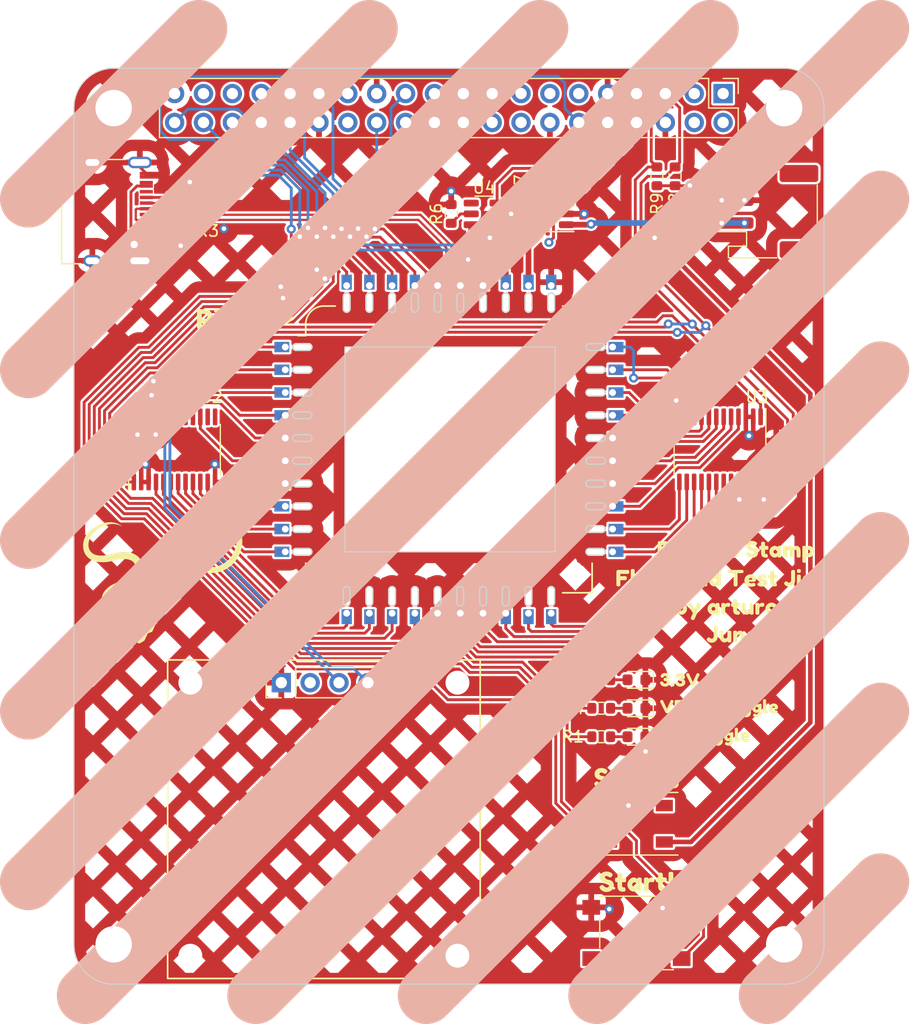
<source format=kicad_pcb>
(kicad_pcb (version 20221018) (generator pcbnew)
  (layers (0 "F.Cu" signal) (1 "In1.Cu" power "GND.Cu") (2 "In2.Cu" power "PWR.Cu") (31 "B.Cu" signal) (34 "B.Paste" user) (35 "F.Paste" user) (36 "B.SilkS" user "B.Silkscreen") (37 "F.SilkS" user "F.Silkscreen") (38 "B.Mask" user) (39 "F.Mask" user) (44 "Edge.Cuts" user))
  (net 0 "")
  (net 1 "+5V")
  (net 2 "Net-(D1-Pad2)")
  (net 3 "Net-(D2-Pad2)")
  (net 4 "Net-(D3-Pad2)")
  (net 5 "GND")
  (net 6 "Net-(J41-PadB5)")
  (net 8 "Net-(J41-PadA5)")
  (net 10 "+3V3")
  (net 12 "/3.3V_OUT")
  (net 14 "/5V_IN")
  (net 30 "/GPIO0")
  (net 31 "/GPIO1")
  (net 32 "/VBAT")
  (net 33 "/GPIO2")
  (net 34 "/GPIO3")
  (net 35 "/BOOTSEL")
  (net 36 "/GPIO4")
  (net 37 "/GPIO5")
  (net 38 "/~{RESET}")
  (net 39 "/GPIO6")
  (net 40 "/GPIO7")
  (net 41 "/USB_D-")
  (net 42 "/GPIO8")
  (net 43 "/USB_D+")
  (net 44 "/GPIO9")
  (net 45 "/GPIO10")
  (net 46 "/SWDIO")
  (net 47 "/GPIO11")
  (net 48 "/SWCLK")
  (net 49 "/GPIO12")
  (net 50 "/GPIO13")
  (net 51 "/GPIO14")
  (net 52 "/GPIO15")
  (net 53 "/GPIO16")
  (net 54 "/GPIO17")
  (net 55 "/GPIO18")
  (net 56 "/GPIO19")
  (net 57 "/GPIO20")
  (net 58 "/GPIO21")
  (net 59 "/GPIO22")
  (net 60 "/GPIO23")
  (net 61 "/GPIO24")
  (net 62 "/GPIO25")
  (net 63 "/GPIO26")
  (net 64 "/GPIO27")
  (net 65 "/GPIO28")
  (net 66 "+BATT")
  (net 67 "/GPIO29")
  (net 68 "/5V_TOGGLE")
  (net 69 "/VBAT_TOGGLE")
  (net 70 "/NEOPIXEL")
  (net 72 "/BUTTON")
  (net 73 "/SDA")
  (net 74 "/SCL")
  (net 75 "/INT_A")
  (net 76 "/INT_B")
  (net 79 "Net-(R6-Pad2)")
  (net 80 "Net-(R7-Pad2)")
  (footprint "Connector_Extra:StampSpring_1x01_P1.00mm_Vertical" (layer "F.Cu") (at 153 116.4 90)
    (fp_text reference "J25" hide)
    (fp_text value "Conn_01x01")
    (fp_line (start 0.95 0.3) (end 2.05 0.3) (stroke (width 0.12)) (layer "Edge.Cuts"))
    (fp_line (start 2.05 -0.3) (end 0.95 -0.3) (stroke (width 0.12)) (layer "Edge.Cuts"))
    (fp_arc (start 0.95 0.3) (mid 0.65 0) (end 0.95 -0.3) (stroke (width 0.12)) (layer "Edge.Cuts"))
    (fp_arc (start 2.05 -0.3) (mid 2.35 0) (end 2.05 0.3) (stroke (width 0.12)) (layer "Edge.Cuts"))
  )
  (footprint "Connector_Extra:StampSpring_1x01_P1.00mm_Vertical" (layer "F.Cu") (at 147 116.4 90)
    (fp_text reference "J22" hide)
    (fp_text value "Conn_01x01")
    (fp_line (start 0.95 0.3) (end 2.05 0.3) (stroke (width 0.12)) (layer "Edge.Cuts"))
    (fp_line (start 2.05 -0.3) (end 0.95 -0.3) (stroke (width 0.12)) (layer "Edge.Cuts"))
    (fp_arc (start 0.95 0.3) (mid 0.65 0) (end 0.95 -0.3) (stroke (width 0.12)) (layer "Edge.Cuts"))
    (fp_arc (start 2.05 -0.3) (mid 2.35 0) (end 2.05 0.3) (stroke (width 0.12)) (layer "Edge.Cuts"))
  )
  (footprint "Connector_PinHeader_2.54mm:PinHeader_1x04_P2.54mm_Vertical" (layer "F.Cu") (at 137.25 122.5 90)
    (fp_text reference "J44" hide)
    (fp_text value "Conn_OLED")
  )
  (footprint "Connector_Extra:StampSpring_1x01_P1.00mm_Vertical" (layer "F.Cu") (at 137.599999 93)
    (fp_text reference "J2" hide)
    (fp_text value "Conn_01x01")
    (fp_line (start 0.95 0.3) (end 2.05 0.3) (stroke (width 0.12)) (layer "Edge.Cuts"))
    (fp_line (start 2.05 -0.3) (end 0.95 -0.3) (stroke (width 0.12)) (layer "Edge.Cuts"))
    (fp_arc (start 0.95 0.3) (mid 0.65 0) (end 0.95 -0.3) (stroke (width 0.12)) (layer "Edge.Cuts"))
    (fp_arc (start 2.05 -0.3) (mid 2.35 0) (end 2.05 0.3) (stroke (width 0.12)) (layer "Edge.Cuts"))
  )
  (footprint "Connector_Extra:StampSpring_1x01_P1.00mm_Vertical" (layer "F.Cu") (at 148.999999 87.6 -90)
    (fp_text reference "J19" hide)
    (fp_text value "Conn_01x01")
    (fp_line (start 0.95 0.3) (end 2.05 0.3) (stroke (width 0.12)) (layer "Edge.Cuts"))
    (fp_line (start 2.05 -0.3) (end 0.95 -0.3) (stroke (width 0.12)) (layer "Edge.Cuts"))
    (fp_arc (start 0.95 0.3) (mid 0.65 0) (end 0.95 -0.3) (stroke (width 0.12)) (layer "Edge.Cuts"))
    (fp_arc (start 2.05 -0.3) (mid 2.35 0) (end 2.05 0.3) (stroke (width 0.12)) (layer "Edge.Cuts"))
  )
  (footprint "Package_TO_SOT_SMD:SOT-23-6" (layer "F.Cu") (at 161.2 81.3 180)
    (fp_text reference "U5")
    (fp_text value "TPS255xDBV")
  )
  (footprint "Connector_Extra:StampSpring_1x01_P1.00mm_Vertical" (layer "F.Cu") (at 137.6 95)
    (fp_text reference "J4" hide)
    (fp_text value "Conn_01x01")
    (fp_line (start 0.95 0.3) (end 2.05 0.3) (stroke (width 0.12)) (layer "Edge.Cuts"))
    (fp_line (start 2.05 -0.3) (end 0.95 -0.3) (stroke (width 0.12)) (layer "Edge.Cuts"))
    (fp_arc (start 0.95 0.3) (mid 0.65 0) (end 0.95 -0.3) (stroke (width 0.12)) (layer "Edge.Cuts"))
    (fp_arc (start 2.05 -0.3) (mid 2.35 0) (end 2.05 0.3) (stroke (width 0.12)) (layer "Edge.Cuts"))
  )
  (footprint "Connector_Extra:StampSpring_1x01_P1.00mm_Vertical" (layer "F.Cu") (at 166.4 99 180)
    (fp_text reference "J36" hide)
    (fp_text value "Conn_01x01")
    (fp_line (start 0.95 0.3) (end 2.05 0.3) (stroke (width 0.12)) (layer "Edge.Cuts"))
    (fp_line (start 2.05 -0.3) (end 0.95 -0.3) (stroke (width 0.12)) (layer "Edge.Cuts"))
    (fp_arc (start 0.95 0.3) (mid 0.65 0) (end 0.95 -0.3) (stroke (width 0.12)) (layer "Edge.Cuts"))
    (fp_arc (start 2.05 -0.3) (mid 2.35 0) (end 2.05 0.3) (stroke (width 0.12)) (layer "Edge.Cuts"))
  )
  (footprint "Connector_Extra:StampSpring_1x01_P1.00mm_Vertical" (layer "F.Cu") (at 166.399999 109 180)
    (fp_text reference "J31" hide)
    (fp_text value "Conn_01x01")
    (fp_line (start 0.95 0.3) (end 2.05 0.3) (stroke (width 0.12)) (layer "Edge.Cuts"))
    (fp_line (start 2.05 -0.3) (end 0.95 -0.3) (stroke (width 0.12)) (layer "Edge.Cuts"))
    (fp_arc (start 0.95 0.3) (mid 0.65 0) (end 0.95 -0.3) (stroke (width 0.12)) (layer "Edge.Cuts"))
    (fp_arc (start 2.05 -0.3) (mid 2.35 0) (end 2.05 0.3) (stroke (width 0.12)) (layer "Edge.Cuts"))
  )
  (footprint "Connector_Extra:StampSpring_1x01_P1.00mm_Vertical" (layer "F.Cu") (at 145 116.4 90)
    (fp_text reference "J20" hide)
    (fp_text value "Conn_01x01")
    (fp_line (start 0.95 0.3) (end 2.05 0.3) (stroke (width 0.12)) (layer "Edge.Cuts"))
    (fp_line (start 2.05 -0.3) (end 0.95 -0.3) (stroke (width 0.12)) (layer "Edge.Cuts"))
    (fp_arc (start 0.95 0.3) (mid 0.65 0) (end 0.95 -0.3) (stroke (width 0.12)) (layer "Edge.Cuts"))
    (fp_arc (start 2.05 -0.3) (mid 2.35 0) (end 2.05 0.3) (stroke (width 0.12)) (layer "Edge.Cuts"))
  )
  (footprint "svg2mod" (layer "F.Cu") (at 175.768751 124.75)
    (fp_text reference "svg2mod" hide)
    (fp_text value "G***" hide)
  )
  (footprint "Resistor_SMD:R_0603_1608Metric" (layer "F.Cu") (at 171.9 78 90)
    (fp_text reference "R8")
    (fp_text value "4.7K")
  )
  (footprint "Package_TO_SOT_SMD:SOT-23-6" (layer "F.Cu") (at 155.1 81.3 180)
    (fp_text reference "U4")
    (fp_text value "TPS255xDBV")
  )
  (footprint "Resistor_SMD:R_0603_1608Metric" (layer "F.Cu") (at 128.4 82.8)
    (fp_text reference "R3")
    (fp_text value "5.1K")
  )
  (footprint "Package_SO:TSSOP-24_4.4x7.8mm_P0.65mm" (layer "F.Cu") (at 175.85 102 -90)
    (fp_text reference "U3")
    (fp_text value "PCA9555PW")
  )
  (footprint "Connector_Extra:StampSpring_1x01_P1.00mm_Vertical" (layer "F.Cu") (at 137.6 109)
    (fp_text reference "J15" hide)
    (fp_text value "Conn_01x01")
    (fp_line (start 0.95 0.3) (end 2.05 0.3) (stroke (width 0.12)) (layer "Edge.Cuts"))
    (fp_line (start 2.05 -0.3) (end 0.95 -0.3) (stroke (width 0.12)) (layer "Edge.Cuts"))
    (fp_arc (start 0.95 0.3) (mid 0.65 0) (end 0.95 -0.3) (stroke (width 0.12)) (layer "Edge.Cuts"))
    (fp_arc (start 2.05 -0.3) (mid 2.35 0) (end 2.05 0.3) (stroke (width 0.12)) (layer "Edge.Cuts"))
  )
  (footprint "MountingHole:MountingHole_3.2mm_M3" (layer "F.Cu") (at 181.5 145.5 180)
    (fp_text reference "H1" hide)
    (fp_text value "MountingHole")
  )
  (footprint "Connector_Extra:StampSpring_1x01_P1.00mm_Vertical" (layer "F.Cu") (at 147 87.6 -90)
    (fp_text reference "J21" hide)
    (fp_text value "Conn_01x01")
    (fp_line (start 0.95 0.3) (end 2.05 0.3) (stroke (width 0.12)) (layer "Edge.Cuts"))
    (fp_line (start 2.05 -0.3) (end 0.95 -0.3) (stroke (width 0.12)) (layer "Edge.Cuts"))
    (fp_arc (start 0.95 0.3) (mid 0.65 0) (end 0.95 -0.3) (stroke (width 0.12)) (layer "Edge.Cuts"))
    (fp_arc (start 2.05 -0.3) (mid 2.35 0) (end 2.05 0.3) (stroke (width 0.12)) (layer "Edge.Cuts"))
  )
  (footprint "Connector_JST:JST_PH_S2B-PH-SM4-TB_1x02-1MP_P2.00mm_Horizontal" (layer "F.Cu") (at 179.9 81.1 90)
    (fp_text reference "J43" hide)
    (fp_text value "Conn_Batt")
  )
  (footprint "Connector_Extra:StampSpring_1x01_P1.00mm_Vertical" (layer "F.Cu") (at 166.4 95 180)
    (fp_text reference "J38" hide)
    (fp_text value "Conn_01x01")
    (fp_line (start 0.95 0.3) (end 2.05 0.3) (stroke (width 0.12)) (layer "Edge.Cuts"))
    (fp_line (start 2.05 -0.3) (end 0.95 -0.3) (stroke (width 0.12)) (layer "Edge.Cuts"))
    (fp_arc (start 0.95 0.3) (mid 0.65 0) (end 0.95 -0.3) (stroke (width 0.12)) (layer "Edge.Cuts"))
    (fp_arc (start 2.05 -0.3) (mid 2.35 0) (end 2.05 0.3) (stroke (width 0.12)) (layer "Edge.Cuts"))
  )
  (footprint "Connector_Extra:StampSpring_1x01_P1.00mm_Vertical" (layer "F.Cu") (at 137.599999 107)
    (fp_text reference "J13" hide)
    (fp_text value "Conn_01x01")
    (fp_line (start 0.95 0.3) (end 2.05 0.3) (stroke (width 0.12)) (layer "Edge.Cuts"))
    (fp_line (start 2.05 -0.3) (end 0.95 -0.3) (stroke (width 0.12)) (layer "Edge.Cuts"))
    (fp_arc (start 0.95 0.3) (mid 0.65 0) (end 0.95 -0.3) (stroke (width 0.12)) (layer "Edge.Cuts"))
    (fp_arc (start 2.05 -0.3) (mid 2.35 0) (end 2.05 0.3) (stroke (width 0.12)) (layer "Edge.Cuts"))
  )
  (footprint "Connector_Extra:StampSpring_1x01_P1.00mm_Vertical" (layer "F.Cu") (at 137.599999 97)
    (fp_text reference "J6" hide)
    (fp_text value "Conn_01x01")
    (fp_line (start 0.95 0.3) (end 2.05 0.3) (stroke (width 0.12)) (layer "Edge.Cuts"))
    (fp_line (start 2.05 -0.3) (end 0.95 -0.3) (stroke (width 0.12)) (layer "Edge.Cuts"))
    (fp_arc (start 0.95 0.3) (mid 0.65 0) (end 0.95 -0.3) (stroke (width 0.12)) (layer "Edge.Cuts"))
    (fp_arc (start 2.05 -0.3) (mid 2.35 0) (end 2.05 0.3) (stroke (width 0.12)) (layer "Edge.Cuts"))
  )
  (footprint "Connector_Extra:StampSpring_1x01_P1.00mm_Vertical" (layer "F.Cu") (at 149 116.4 90)
    (fp_text reference "J23" hide)
    (fp_text value "Conn_01x01")
    (fp_line (start 0.95 0.3) (end 2.05 0.3) (stroke (width 0.12)) (layer "Edge.Cuts"))
    (fp_line (start 2.05 -0.3) (end 0.95 -0.3) (stroke (width 0.12)) (layer "Edge.Cuts"))
    (fp_arc (start 0.95 0.3) (mid 0.65 0) (end 0.95 -0.3) (stroke (width 0.12)) (layer "Edge.Cuts"))
    (fp_arc (start 2.05 -0.3) (mid 2.35 0) (end 2.05 0.3) (stroke (width 0.12)) (layer "Edge.Cuts"))
  )
  (footprint "Connector_Extra:StampSpring_1x01_P1.00mm_Vertical" (layer "F.Cu") (at 137.599999 111)
    (fp_text reference "J17" hide)
    (fp_text value "Conn_01x01")
    (fp_line (start 0.95 0.3) (end 2.05 0.3) (stroke (width 0.12)) (layer "Edge.Cuts"))
    (fp_line (start 2.05 -0.3) (end 0.95 -0.3) (stroke (width 0.12)) (layer "Edge.Cuts"))
    (fp_arc (start 0.95 0.3) (mid 0.65 0) (end 0.95 -0.3) (stroke (width 0.12)) (layer "Edge.Cuts"))
    (fp_arc (start 2.05 -0.3) (mid 2.35 0) (end 2.05 0.3) (stroke (width 0.12)) (layer "Edge.Cuts"))
  )
  (footprint "Package_SO:TSSOP-24_4.4x7.8mm_P0.65mm" (layer "F.Cu") (at 127.85 102.000001 90)
    (fp_text reference "U2")
    (fp_text value "PCA9555PW")
  )
  (footprint "MountingHole:MountingHole_2.1mm" (layer "F.Cu") (at 129.25 146.5)
    (fp_text reference "REF**" hide)
    (fp_text value "MountingHole_2.1mm")
  )
  (footprint "Connector_Extra:StampSpring_1x01_P1.00mm_Vertical" (layer "F.Cu") (at 137.6 99)
    (fp_text reference "J7" hide)
    (fp_text value "Conn_01x01")
    (fp_line (start 0.95 0.3) (end 2.05 0.3) (stroke (width 0.12)) (layer "Edge.Cuts"))
    (fp_line (start 2.05 -0.3) (end 0.95 -0.3) (stroke (width 0.12)) (layer "Edge.Cuts"))
    (fp_arc (start 0.95 0.3) (mid 0.65 0) (end 0.95 -0.3) (stroke (width 0.12)) (layer "Edge.Cuts"))
    (fp_arc (start 2.05 -0.3) (mid 2.35 0) (end 2.05 0.3) (stroke (width 0.12)) (layer "Edge.Cuts"))
  )
  (footprint "Connector_Extra:StampSpring_1x01_P1.00mm_Vertical" (layer "F.Cu") (at 166.4 101 180)
    (fp_text reference "J35" hide)
    (fp_text value "Conn_01x01")
    (fp_line (start 0.95 0.3) (end 2.05 0.3) (stroke (width 0.12)) (layer "Edge.Cuts"))
    (fp_line (start 2.05 -0.3) (end 0.95 -0.3) (stroke (width 0.12)) (layer "Edge.Cuts"))
    (fp_arc (start 0.95 0.3) (mid 0.65 0) (end 0.95 -0.3) (stroke (width 0.12)) (layer "Edge.Cuts"))
    (fp_arc (start 2.05 -0.3) (mid 2.35 0) (end 2.05 0.3) (stroke (width 0.12)) (layer "Edge.Cuts"))
  )
  (footprint "Resistor_SMD:R_0603_1608Metric" (layer "F.Cu") (at 170.3 78 90)
    (fp_text reference "R9")
    (fp_text value "4.7K")
  )
  (footprint "Connector_Extra:StampSpring_1x01_P1.00mm_Vertical" (layer "F.Cu") (at 137.6 105)
    (fp_text reference "J12" hide)
    (fp_text value "Conn_01x01")
    (fp_line (start 0.95 0.3) (end 2.05 0.3) (stroke (width 0.12)) (layer "Edge.Cuts"))
    (fp_line (start 2.05 -0.3) (end 0.95 -0.3) (stroke (width 0.12)) (layer "Edge.Cuts"))
    (fp_arc (start 0.95 0.3) (mid 0.65 0) (end 0.95 -0.3) (stroke (width 0.12)) (layer "Edge.Cuts"))
    (fp_arc (start 2.05 -0.3) (mid 2.35 0) (end 2.05 0.3) (stroke (width 0.12)) (layer "Edge.Cuts"))
  )
  (footprint "Resistor_SMD:R_0603_1608Metric" (layer "F.Cu") (at 158.3 81.3 -90)
    (fp_text reference "R7")
    (fp_text value "2K")
  )
  (footprint "LED_SMD:LED_0603_1608Metric" (layer "F.Cu") (at 168.5 124.75 180)
    (fp_text reference "D2" hide)
    (fp_text value "LED_VBAT_TGL")
  )
  (footprint "Connector_Extra:StampSpring_1x01_P1.00mm_Vertical" (layer "F.Cu") (at 161 87.6 -90)
    (fp_text reference "J39" hide)
    (fp_text value "Conn_01x01")
    (fp_line (start 0.95 0.3) (end 2.05 0.3) (stroke (width 0.12)) (layer "Edge.Cuts"))
    (fp_line (start 2.05 -0.3) (end 0.95 -0.3) (stroke (width 0.12)) (layer "Edge.Cuts"))
    (fp_arc (start 0.95 0.3) (mid 0.65 0) (end 0.95 -0.3) (stroke (width 0.12)) (layer "Edge.Cuts"))
    (fp_arc (start 2.05 -0.3) (mid 2.35 0) (end 2.05 0.3) (stroke (width 0.12)) (layer "Edge.Cuts"))
  )
  (footprint "Connector_Extra:StampSpring_1x01_P1.00mm_Vertical" (layer "F.Cu") (at 145 87.6 -90)
    (fp_text reference "J11" hide)
    (fp_text value "Conn_01x01")
    (fp_line (start 0.95 0.3) (end 2.05 0.3) (stroke (width 0.12)) (layer "Edge.Cuts"))
    (fp_line (start 2.05 -0.3) (end 0.95 -0.3) (stroke (width 0.12)) (layer "Edge.Cuts"))
    (fp_arc (start 0.95 0.3) (mid 0.65 0) (end 0.95 -0.3) (stroke (width 0.12)) (layer "Edge.Cuts"))
    (fp_arc (start 2.05 -0.3) (mid 2.35 0) (end 2.05 0.3) (stroke (width 0.12)) (layer "Edge.Cuts"))
  )
  (footprint "Connector_Extra:StampSpring_1x01_P1.00mm_Vertical" (layer "F.Cu") (at 137.6 102.999999)
    (fp_text reference "J10" hide)
    (fp_text value "Conn_01x01")
    (fp_line (start 0.95 0.3) (end 2.05 0.3) (stroke (width 0.12)) (layer "Edge.Cuts"))
    (fp_line (start 2.05 -0.3) (end 0.95 -0.3) (stroke (width 0.12)) (layer "Edge.Cuts"))
    (fp_arc (start 0.95 0.3) (mid 0.65 0) (end 0.95 -0.3) (stroke (width 0.12)) (layer "Edge.Cuts"))
    (fp_arc (start 2.05 -0.3) (mid 2.35 0) (end 2.05 0.3) (stroke (width 0.12)) (layer "Edge.Cuts"))
  )
  (footprint "MountingHole:MountingHole_3.2mm_M3" (layer "F.Cu") (at 122.5 145.5 180)
    (fp_text reference "H3" hide)
    (fp_text value "MountingHole")
  )
  (footprint "svg2mod" (layer "F.Cu") (at 175.429336 113.5)
    (fp_text reference "svg2mod" hide)
    (fp_text value "G***" hide)
  )
  (footprint "Connector_Extra:StampSpring_1x01_P1.00mm_Vertical" (layer "F.Cu") (at 166.399999 105 180)
    (fp_text reference "J33" hide)
    (fp_text value "Conn_01x01")
    (fp_line (start 0.95 0.3) (end 2.05 0.3) (stroke (width 0.12)) (layer "Edge.Cuts"))
    (fp_line (start 2.05 -0.3) (end 0.95 -0.3) (stroke (width 0.12)) (layer "Edge.Cuts"))
    (fp_arc (start 0.95 0.3) (mid 0.65 0) (end 0.95 -0.3) (stroke (width 0.12)) (layer "Edge.Cuts"))
    (fp_arc (start 2.05 -0.3) (mid 2.35 0) (end 2.05 0.3) (stroke (width 0.12)) (layer "Edge.Cuts"))
  )
  (footprint "Connector_Extra:StampSpring_1x01_P1.00mm_Vertical" (layer "F.Cu") (at 161 116.4 90)
    (fp_text reference "J29" hide)
    (fp_text value "Conn_01x01")
    (fp_line (start 0.95 0.3) (end 2.05 0.3) (stroke (width 0.12)) (layer "Edge.Cuts"))
    (fp_line (start 2.05 -0.3) (end 0.95 -0.3) (stroke (width 0.12)) (layer "Edge.Cuts"))
    (fp_arc (start 0.95 0.3) (mid 0.65 0) (end 0.95 -0.3) (stroke (width 0.12)) (layer "Edge.Cuts"))
    (fp_arc (start 2.05 -0.3) (mid 2.35 0) (end 2.05 0.3) (stroke (width 0.12)) (layer "Edge.Cuts"))
  )
  (footprint "MountingHole:MountingHole_2.1mm" (layer "F.Cu") (at 152.75 122.5)
    (fp_text reference "REF**" hide)
    (fp_text value "MountingHole_2.1mm")
  )
  (footprint "Resistor_SMD:R_0603_1608Metric" (layer "F.Cu") (at 152.2 81.3 -90)
    (fp_text reference "R6")
    (fp_text value "2K")
  )
  (footprint "RP2040_Stamp:RP2040_Stamp_SMD" (layer "F.Cu") (at 152 102)
    (fp_text reference "U1" hide)
    (fp_text value "RP2040_Stamp")
  )
  (footprint "MountingHole:MountingHole_2.1mm" (layer "F.Cu") (at 152.75 146.5)
    (fp_text reference "REF**" hide)
    (fp_text value "MountingHole_2.1mm")
  )
  (footprint "Resistor_SMD:R_0603_1608Metric" (layer "F.Cu") (at 165.400001 124.75 180)
    (fp_text reference "R4")
    (fp_text value "1K")
  )
  (footprint "Capacitor_SMD:C_0603_1608Metric" (layer "F.Cu") (at 123 102.000001 -90)
    (fp_text reference "C1")
    (fp_text value "0.1uF")
  )
  (footprint "svg2mod" (layer "F.Cu") (at 178.015969 116)
    (fp_text reference "svg2mod" hide)
    (fp_text value "G***" hide)
  )
  (footprint "Connector_PinHeader_2.54mm:PinHeader_2x20_P2.54mm_Vertical" (layer "F.Cu") (at 176.125 70.725 -90)
    (fp_text reference "J42" hide)
    (fp_text value "Raspberry_Pi_2_3")
  )
  (footprint "Resistor_SMD:R_0603_1608Metric" (layer "F.Cu") (at 165.4 122.25 180)
    (fp_text reference "R5")
    (fp_text value "1K")
  )
  (footprint "Connector_Extra:StampSpring_1x01_P1.00mm_Vertical" (layer "F.Cu") (at 159 87.6 -90)
    (fp_text reference "J5" hide)
    (fp_text value "Conn_01x01")
    (fp_line (start 0.95 0.3) (end 2.05 0.3) (stroke (width 0.12)) (layer "Edge.Cuts"))
    (fp_line (start 2.05 -0.3) (end 0.95 -0.3) (stroke (width 0.12)) (layer "Edge.Cuts"))
    (fp_arc (start 0.95 0.3) (mid 0.65 0) (end 0.95 -0.3) (stroke (width 0.12)) (layer "Edge.Cuts"))
    (fp_arc (start 2.05 -0.3) (mid 2.35 0) (end 2.05 0.3) (stroke (width 0.12)) (layer "Edge.Cuts"))
  )
  (footprint "Capacitor_SMD:C_0603_1608Metric" (layer "F.Cu") (at 180.8 102.000001 90)
    (fp_text reference "C2")
    (fp_text value "0.1uF")
  )
  (footprint "Connector_Extra:StampSpring_1x01_P1.00mm_Vertical" (layer "F.Cu") (at 166.4 107 180)
    (fp_text reference "J32" hide)
    (fp_text value "Conn_01x01")
    (fp_line (start 0.95 0.3) (end 2.05 0.3) (stroke (width 0.12)) (layer "Edge.Cuts"))
    (fp_line (start 2.05 -0.3) (end 0.95 -0.3) (stroke (width 0.12)) (layer "Edge.Cuts"))
    (fp_arc (start 0.95 0.3) (mid 0.65 0) (end 0.95 -0.3) (stroke (width 0.12)) (layer "Edge.Cuts"))
    (fp_arc (start 2.05 -0.3) (mid 2.35 0) (end 2.05 0.3) (stroke (width 0.12)) (layer "Edge.Cuts"))
  )
  (footprint "Resistor_SMD:R_0603_1608Metric" (layer "F.Cu") (at 128.4 79.899999)
    (fp_text reference "R2")
    (fp_text value "5.1K")
  )
  (footprint "Connector_Extra:StampSpring_1x01_P1.00mm_Vertical" (layer "F.Cu") (at 137.6 101)
    (fp_text reference "J9" hide)
    (fp_text value "Conn_01x01")
    (fp_line (start 0.95 0.3) (end 2.05 0.3) (stroke (width 0.12)) (layer "Edge.Cuts"))
    (fp_line (start 2.05 -0.3) (end 0.95 -0.3) (stroke (width 0.12)) (layer "Edge.Cuts"))
    (fp_arc (start 0.95 0.3) (mid 0.65 0) (end 0.95 -0.3) (stroke (width 0.12)) (layer "Edge.Cuts"))
    (fp_arc (start 2.05 -0.3) (mid 2.35 0) (end 2.05 0.3) (stroke (width 0.12)) (layer "Edge.Cuts"))
  )
  (footprint "svg2mod" (layer "F.Cu") (at 173.96875 122.25)
    (fp_text reference "svg2mod" hide)
    (fp_text value "G***" hide)
  )
  (footprint "Connector_Extra:StampSpring_1x01_P1.00mm_Vertical" (layer "F.Cu") (at 143 116.4 90)
    (fp_text reference "J18" hide)
    (fp_text value "Conn_01x01")
    (fp_line (start 0.95 0.3) (end 2.05 0.3) (stroke (width 0.12)) (layer "Edge.Cuts"))
    (fp_line (start 2.05 -0.3) (end 0.95 -0.3) (stroke (width 0.12)) (layer "Edge.Cuts"))
    (fp_arc (start 0.95 0.3) (mid 0.65 0) (end 0.95 -0.3) (stroke (width 0.12)) (layer "Edge.Cuts"))
    (fp_arc (start 2.05 -0.3) (mid 2.35 0) (end 2.05 0.3) (stroke (width 0.12)) (layer "Edge.Cuts"))
  )
  (footprint "Connector_Extra:StampSpring_1x01_P1.00mm_Vertical" (layer "F.Cu") (at 157 116.4 90)
    (fp_text reference "J27" hide)
    (fp_text value "Conn_01x01")
    (fp_line (start 0.95 0.3) (end 2.05 0.3) (stroke (width 0.12)) (layer "Edge.Cuts"))
    (fp_line (start 2.05 -0.3) (end 0.95 -0.3) (stroke (width 0.12)) (layer "Edge.Cuts"))
    (fp_arc (start 0.95 0.3) (mid 0.65 0) (end 0.95 -0.3) (stroke (width 0.12)) (layer "Edge.Cuts"))
    (fp_arc (start 2.05 -0.3) (mid 2.35 0) (end 2.05 0.3) (stroke (width 0.12)) (layer "Edge.Cuts"))
  )
  (footprint "Connector_Extra:StampSpring_1x01_P1.00mm_Vertical" (layer "F.Cu") (at 166.4 97 180)
    (fp_text reference "J37" hide)
    (fp_text value "Conn_01x01")
    (fp_line (start 0.95 0.3) (end 2.05 0.3) (stroke (width 0.12)) (layer "Edge.Cuts"))
    (fp_line (start 2.05 -0.3) (end 0.95 -0.3) (stroke (width 0.12)) (layer "Edge.Cuts"))
    (fp_arc (start 0.95 0.3) (mid 0.65 0) (end 0.95 -0.3) (stroke (width 0.12)) (layer "Edge.Cuts"))
    (fp_arc (start 2.05 -0.3) (mid 2.35 0) (end 2.05 0.3) (stroke (width 0.12)) (layer "Edge.Cuts"))
  )
  (footprint "MountingHole:MountingHole_3.2mm_M3" (layer "F.Cu") (at 181.5 72 180)
    (fp_text reference "H4" hide)
    (fp_text value "MountingHole")
  )
  (footprint "LED_SMD:LED_0603_1608Metric" (layer "F.Cu") (at 168.5 122.25 180)
    (fp_text reference "D3" hide)
    (fp_text value "LED_VBAT_TGL")
  )
  (footprint "Button_Switch_SMD:SW_SPST_PTS645" (layer "F.Cu") (at 168.5 144.5 180)
    (fp_text reference "SW1" hide)
    (fp_text value "BTN_START")
  )
  (footprint "svg2mod" (layer "F.Cu") (at 136.1 90.500001 180)
    (fp_text reference "svg2mod" hide)
    (fp_text value "G***" hide)
  )
  (footprint "Connector_Extra:StampSpring_1x01_P1.00mm_Vertical" (layer "F.Cu") (at 159 116.4 90)
    (fp_text reference "J28" hide)
    (fp_text value "Conn_01x01")
    (fp_line (start 0.95 0.3) (end 2.05 0.3) (stroke (width 0.12)) (layer "Edge.Cuts"))
    (fp_line (start 2.05 -0.3) (end 0.95 -0.3) (stroke (width 0.12)) (layer "Edge.Cuts"))
    (fp_arc (start 0.95 0.3) (mid 0.65 0) (end 0.95 -0.3) (stroke (width 0.12)) (layer "Edge.Cuts"))
    (fp_arc (start 2.05 -0.3) (mid 2.35 0) (end 2.05 0.3) (stroke (width 0.12)) (layer "Edge.Cuts"))
  )
  (footprint "svg2mod" (layer "F.Cu") (at 174.568751 127.25)
    (fp_text reference "svg2mod" hide)
    (fp_text value "G***" hide)
  )
  (footprint "Connector_Extra:StampSpring_1x01_P1.00mm_Vertical" (layer "F.Cu") (at 153 87.599999 -90)
    (fp_text reference "J14" hide)
    (fp_text value "Conn_01x01")
    (fp_line (start 0.95 0.3) (end 2.05 0.3) (stroke (width 0.12)) (layer "Edge.Cuts"))
    (fp_line (start 2.05 -0.3) (end 0.95 -0.3) (stroke (width 0.12)) (layer "Edge.Cuts"))
    (fp_arc (start 0.95 0.3) (mid 0.65 0) (end 0.95 -0.3) (stroke (width 0.12)) (layer "Edge.Cuts"))
    (fp_arc (start 2.05 -0.3) (mid 2.35 0) (end 2.05 0.3) (stroke (width 0.12)) (layer "Edge.Cuts"))
  )
  (footprint "svg2mod" (layer "F.Cu") (at 179.397094 118.25)
    (fp_text reference "svg2mod" hide)
    (fp_text value "G***" hide)
  )
  (footprint "Connector_Extra:StampSpring_1x01_P1.00mm_Vertical" (layer "F.Cu") (at 166.4 93 180)
    (fp_text reference "J40" hide)
    (fp_text value "Conn_01x01")
    (fp_line (start 0.95 0.3) (end 2.05 0.3) (stroke (width 0.12)) (layer "Edge.Cuts"))
    (fp_line (start 2.05 -0.3) (end 0.95 -0.3) (stroke (width 0.12)) (layer "Edge.Cuts"))
    (fp_arc (start 0.95 0.3) (mid 0.65 0) (end 0.95 -0.3) (stroke (width 0.12)) (layer "Edge.Cuts"))
    (fp_arc (start 2.05 -0.3) (mid 2.35 0) (end 2.05 0.3) (stroke (width 0.12)) (layer "Edge.Cuts"))
  )
  (footprint "MountingHole:MountingHole_2.1mm" (layer "F.Cu") (at 129.25 122.5)
    (fp_text reference "REF**" hide)
    (fp_text value "MountingHole_2.1mm")
  )
  (footprint "MountingHole:MountingHole_3.2mm_M3" (layer "F.Cu") (at 122.5 72 180)
    (fp_text reference "H2" hide)
    (fp_text value "MountingHole")
  )
  (footprint "LED_SMD:LED_WS2812B_PLCC4_5.0x5.0mm_P3.2mm" (layer "F.Cu") (at 168.5 134.9 180)
    (fp_text reference "D4" hide)
    (fp_text value "WS2812B")
  )
  (footprint "Connector_USB:USB_C_Receptacle_XKB_U262-16XN-4BVC11" (layer "F.Cu") (at 121.7 81.1 -90)
    (fp_text reference "J41" hide)
    (fp_text value "USB_C_Receptacle_USB2.0")
  )
  (footprint "Connector_Extra:StampSpring_1x01_P1.00mm_Vertical" (layer "F.Cu") (at 151 87.6 -90)
    (fp_text reference "J16" hide)
    (fp_text value "Conn_01x01")
    (fp_line (start 0.95 0.3) (end 2.05 0.3) (stroke (width 0.12)) (layer "Edge.Cuts"))
    (fp_line (start 2.05 -0.3) (end 0.95 -0.3) (stroke (width 0.12)) (layer "Edge.Cuts"))
    (fp_arc (start 0.95 0.3) (mid 0.65 0) (end 0.95 -0.3) (stroke (width 0.12)) (layer "Edge.Cuts"))
    (fp_arc (start 2.05 -0.3) (mid 2.35 0) (end 2.05 0.3) (stroke (width 0.12)) (layer "Edge.Cuts"))
  )
  (footprint "Connector_Extra:StampSpring_1x01_P1.00mm_Vertical" (layer "F.Cu") (at 155 87.6 -90)
    (fp_text reference "J3" hide)
    (fp_text value "Conn_01x01")
    (fp_line (start 0.95 0.3) (end 2.05 0.3) (stroke (width 0.12)) (layer "Edge.Cuts"))
    (fp_line (start 2.05 -0.3) (end 0.95 -0.3) (stroke (width 0.12)) (layer "Edge.Cuts"))
    (fp_arc (start 0.95 0.3) (mid 0.65 0) (end 0.95 -0.3) (stroke (width 0.12)) (layer "Edge.Cuts"))
    (fp_arc (start 2.05 -0.3) (mid 2.35 0) (end 2.05 0.3) (stroke (width 0.12)) (layer "Edge.Cuts"))
  )
  (footprint "Connector_Extra:StampSpring_1x01_P1.00mm_Vertical" (layer "F.Cu") (at 157.000001 87.6 -90)
    (fp_text reference "J1" hide)
    (fp_text value "Conn_01x01")
    (fp_line (start 0.95 0.3) (end 2.05 0.3) (stroke (width 0.12)) (layer "Edge.Cuts"))
    (fp_line (start 2.05 -0.3) (end 0.95 -0.3) (stroke (width 0.12)) (layer "Edge.Cuts"))
    (fp_arc (start 0.95 0.3) (mid 0.65 0) (end 0.95 -0.3) (stroke (width 0.12)) (layer "Edge.Cuts"))
    (fp_arc (start 2.05 -0.3) (mid 2.35 0) (end 2.05 0.3) (stroke (width 0.12)) (layer "Edge.Cuts"))
  )
  (footprint "svg2mod" (layer "F.Cu") (at 168.5 140)
    (fp_text reference "svg2mod" hide)
    (fp_text value "G***" hide)
  )
  (footprint "Connector_Extra:StampSpring_1x01_P1.00mm_Vertical" (layer "F.Cu") (at 166.4 111 180)
    (fp_text reference "J30" hide)
    (fp_text value "Conn_01x01")
    (fp_line (start 0.95 0.3) (end 2.05 0.3) (stroke (width 0.12)) (layer "Edge.Cuts"))
    (fp_line (start 2.05 -0.3) (end 0.95 -0.3) (stroke (width 0.12)) (layer "Edge.Cuts"))
    (fp_arc (start 0.95 0.3) (mid 0.65 0) (end 0.95 -0.3) (stroke (width 0.12)) (layer "Edge.Cuts"))
    (fp_arc (start 2.05 -0.3) (mid 2.35 0) (end 2.05 0.3) (stroke (width 0.12)) (layer "Edge.Cuts"))
  )
  (footprint "LED_SMD:LED_0603_1608Metric" (layer "F.Cu") (at 168.5 127.249999 180)
    (fp_text reference "D1" hide)
    (fp_text value "LED_5V_TGL")
  )
  (footprint "Connector_Extra:StampSpring_1x01_P1.00mm_Vertical" (layer "F.Cu") (at 155 116.4 90)
    (fp_text reference "J26" hide)
    (fp_text value "Conn_01x01")
    (fp_line (start 0.95 0.3) (end 2.05 0.3) (stroke (width 0.12)) (layer "Edge.Cuts"))
    (fp_line (start 2.05 -0.3) (end 0.95 -0.3) (stroke (width 0.12)) (layer "Edge.Cuts"))
    (fp_arc (start 0.95 0.3) (mid 0.65 0) (end 0.95 -0.3) (stroke (width 0.12)) (layer "Edge.Cuts"))
    (fp_arc (start 2.05 -0.3) (mid 2.35 0) (end 2.05 0.3) (stroke (width 0.12)) (layer "Edge.Cuts"))
  )
  (footprint "Symbols_Extra:SolderParty-New-Logo_15x12.7mm_SilkScreen" (layer "F.Cu") (at 127.3 112.8)
    (fp_text reference "G***" hide)
    (fp_text value "LOGO" hide)
  )
  (footprint "Resistor_SMD:R_0603_1608Metric" (layer "F.Cu") (at 165.4 127.249999 180)
    (fp_text reference "R1")
    (fp_text value "1K")
  )
  (footprint "svg2mod" (layer "F.Cu") (at 177.25 111)
    (fp_text reference "svg2mod" hide)
    (fp_text value "G***" hide)
  )
  (footprint "Connector_Extra:StampSpring_1x01_P1.00mm_Vertical" (layer "F.Cu") (at 143 87.6 -90)
    (fp_text reference "J8" hide)
    (fp_text value "Conn_01x01")
    (fp_line (start 0.95 0.3) (end 2.05 0.3) (stroke (width 0.12)) (layer "Edge.Cuts"))
    (fp_line (start 2.05 -0.3) (end 0.95 -0.3) (stroke (width 0.12)) (layer "Edge.Cuts"))
    (fp_arc (start 0.95 0.3) (mid 0.65 0) (end 0.95 -0.3) (stroke (width 0.12)) (layer "Edge.Cuts"))
    (fp_arc (start 2.05 -0.3) (mid 2.35 0) (end 2.05 0.3) (stroke (width 0.12)) (layer "Edge.Cuts"))
  )
  (footprint "svg2mod" (layer "F.Cu") (at 137.6 90.500001 180)
    (fp_text reference "svg2mod" hide)
    (fp_text value "G***" hide)
  )
  (footprint "Connector_Extra:StampSpring_1x01_P1.00mm_Vertical" (layer "F.Cu") (at 151 116.4 90)
    (fp_text reference "J24" hide)
    (fp_text value "Conn_01x01")
    (fp_line (start 0.95 0.3) (end 2.05 0.3) (stroke (width 0.12)) (layer "Edge.Cuts"))
    (fp_line (start 2.05 -0.3) (end 0.95 -0.3) (stroke (width 0.12)) (layer "Edge.Cuts"))
    (fp_arc (start 0.95 0.3) (mid 0.65 0) (end 0.95 -0.3) (stroke (width 0.12)) (layer "Edge.Cuts"))
    (fp_arc (start 2.05 -0.3) (mid 2.35 0) (end 2.05 0.3) (stroke (width 0.12)) (layer "Edge.Cuts"))
  )
  (footprint "svg2mod" (layer "F.Cu") (at 168.5 130.9)
    (fp_text reference "svg2mod" hide)
    (fp_text value "G***" hide)
  )
  (footprint "Connector_Extra:StampSpring_1x01_P1.00mm_Vertical" (layer "F.Cu") (at 166.4 103 180)
    (fp_text reference "J34" hide)
    (fp_text value "Conn_01x01")
    (fp_line (start 0.95 0.3) (end 2.05 0.3) (stroke (width 0.12)) (layer "Edge.Cuts"))
    (fp_line (start 2.05 -0.3) (end 0.95 -0.3) (stroke (width 0.12)) (layer "Edge.Cuts"))
    (fp_arc (start 0.95 0.3) (mid 0.65 0) (end 0.95 -0.3) (stroke (width 0.12)) (layer "Edge.Cuts"))
    (fp_arc (start 2.05 -0.3) (mid 2.35 0) (end 2.05 0.3) (stroke (width 0.12)) (layer "Edge.Cuts"))
  )
  (footprint "svg2mod" (layer "F.Cu") (at 132.3 90.500001)
    (fp_text reference "svg2mod" hide)
    (fp_text value "G***" hide)
  )
  (gr_line (start 115 110) (end 160 65) (stroke (width 5)) (layer "B.SilkS"))
  (gr_line (start 115 140) (end 190 65) (stroke (width 5)) (layer "B.SilkS"))
  (gr_line (start 165 150) (end 190 125) (stroke (width 5)) (layer "B.SilkS"))
  (gr_line (start 115 95) (end 145 65) (stroke (width 5)) (layer "B.SilkS"))
  (gr_line (start 120 150) (end 190 80) (stroke (width 5)) (layer "B.SilkS"))
  (gr_line (start 135 150) (end 190 95) (stroke (width 5)) (layer "B.SilkS"))
  (gr_line (start 115 125) (end 175 65) (stroke (width 5)) (layer "B.SilkS"))
  (gr_line (start 180 150) (end 190 140) (stroke (width 5)) (layer "B.SilkS"))
  (gr_line (start 150 150) (end 190 110) (stroke (width 5)) (layer "B.SilkS"))
  (gr_line (start 115 80) (end 130 65) (stroke (width 5)) (layer "B.SilkS"))
  (gr_rect (start 127.25 120.5) (end 154.75 148.5) (stroke (width 0.15)) (fill none) (layer "F.SilkS"))
  (gr_arc (start 119 72) (mid 120.025126 69.525126) (end 122.5 68.5) (stroke (width 0.1)) (layer "Edge.Cuts"))
  (gr_arc (start 181.5 68.5) (mid 183.974874 69.525126) (end 185 72) (stroke (width 0.1)) (layer "Edge.Cuts"))
  (gr_poly (pts (xy 142.85 93) (xy 161.349999 93) (xy 161.349999 111) (xy 142.85 111)) (stroke (width 0.1)) (fill none) (layer "Edge.Cuts"))
  (gr_line (start 122.5 68.5) (end 181.5 68.5) (stroke (width 0.1)) (layer "Edge.Cuts"))
  (gr_line (start 185 72) (end 185 145.5) (stroke (width 0.1)) (layer "Edge.Cuts"))
  (gr_line (start 119 145.5) (end 119 72) (stroke (width 0.1)) (layer "Edge.Cuts"))
  (gr_arc (start 185 145.5) (mid 183.974874 147.974874) (end 181.5 149) (stroke (width 0.1)) (layer "Edge.Cuts"))
  (gr_line (start 181.5 149) (end 122.5 149) (stroke (width 0.1)) (layer "Edge.Cuts"))
  (gr_arc (start 122.5 149) (mid 120.025126 147.974874) (end 119 145.5) (stroke (width 0.1)) (layer "Edge.Cuts"))
  (segment (start 128.4 84.1) (end 126.644511 84.1) (width 0.4) (layer "F.Cu") (net 1))
  (segment (start 126.644511 84.1) (end 125.944022 83.399511) (width 0.4) (layer "F.Cu") (net 1))
  (segment (start 125.944022 83.399511) (end 125.37 83.399511) (width 0.4) (layer "F.Cu") (net 1))
  (segment (start 183.8 97.1) (end 170.1 83.4) (width 0.4) (layer "F.Cu") (net 1))
  (segment (start 124.02097 79.37403) (end 124.02097 82.81009) (width 0.25) (layer "F.Cu") (net 1))
  (segment (start 156.2375 83.0625) (end 156.2375 82.25) (width 0.4) (layer "F.Cu") (net 1))
  (segment (start 155.9 83.4) (end 156.2375 83.0625) (width 0.4) (layer "F.Cu") (net 1))
  (segment (start 170.95 136.5) (end 173.3 136.5) (width 0.4) (layer "F.Cu") (net 1))
  (segment (start 173.3 136.5) (end 183.8 126) (width 0.4) (layer "F.Cu") (net 1))
  (segment (start 124.545 78.850001) (end 124.02097 79.37403) (width 0.25) (layer "F.Cu") (net 1))
  (segment (start 183.8 126) (end 183.8 97.1) (width 0.4) (layer "F.Cu") (net 1))
  (segment (start 124.02097 82.81009) (end 124.56088 83.35) (width 0.25) (layer "F.Cu") (net 1))
  (segment (start 125.37 78.850001) (end 124.545 78.850001) (width 0.25) (layer "F.Cu") (net 1))
  (segment (start 155.6 83.4) (end 155.9 83.4) (width 0.4) (layer "F.Cu") (net 1))
  (segment (start 124.56088 83.35) (end 125.37 83.35) (width 0.25) (layer "F.Cu") (net 1))
  (via (at 128.4 84.1) (size 0.8) (drill 0.4) (layers "F.Cu" "B.Cu") (net 1))
  (via (at 155.6 83.4) (size 0.8) (drill 0.4) (layers "F.Cu" "B.Cu") (net 1))
  (via (at 170.1 83.4) (size 0.8) (drill 0.4) (layers "F.Cu" "B.Cu") (net 1))
  (segment (start 167.712501 127.249999) (end 166.225 127.249999) (width 0.25) (layer "F.Cu") (net 2))
  (segment (start 167.7125 124.75) (end 166.225 124.75) (width 0.25) (layer "F.Cu") (net 3))
  (segment (start 167.7125 122.249999) (end 166.225 122.25) (width 0.25) (layer "F.Cu") (net 4))
  (segment (start 172.275 99.1375) (end 172.275 97.975) (width 0.25) (layer "F.Cu") (net 5))
  (segment (start 125.575 103.575) (end 125.3 103.3) (width 0.25) (layer "F.Cu") (net 5))
  (segment (start 172.275 97.975) (end 172 97.7) (width 0.25) (layer "F.Cu") (net 5))
  (segment (start 124.805 77.185) (end 125.37 77.75) (width 0.25) (layer "F.Cu") (net 5))
  (segment (start 125.575 104.8625) (end 125.575 103.575) (width 0.25) (layer "F.Cu") (net 5))
  (segment (start 123 102.774999) (end 124.775 102.775) (width 0.25) (layer "F.Cu") (net 5))
  (segment (start 178.775 100.425) (end 178.4 100.8) (width 0.25) (layer "F.Cu") (net 5))
  (segment (start 172.48 142.25) (end 170.85 142.25) (width 0.25) (layer "F.Cu") (net 5))
  (segment (start 124.805 76.78) (end 124.805 77.185) (width 0.25) (layer "F.Cu") (net 5))
  (segment (start 129.225 82.8) (end 130.8 82.799999) (width 0.25) (layer "F.Cu") (net 5))
  (segment (start 178.125 100.525001) (end 178.4 100.8) (width 0.25) (layer "F.Cu") (net 5))
  (segment (start 162.3375 81.3) (end 163.9 81.3) (width 0.4) (layer "F.Cu") (net 5))
  (segment (start 132.2 82.600001) (end 131 82.6) (width 0.25) (layer "F.Cu") (net 5))
  (segment (start 124.925 103.675) (end 125.3 103.3) (width 0.25) (layer "F.Cu") (net 5))
  (segment (start 124.775 102.775) (end 125.3 103.3) (width 0.25) (layer "F.Cu") (net 5))
  (segment (start 169.2875 127.249999) (end 169.2875 128.537499) (width 0.4) (layer "F.Cu") (net 5))
  (segment (start 170.85 142.25) (end 170.799999 142.3) (width 0.25) (layer "F.Cu") (net 5))
  (segment (start 169.2875 124.75) (end 169.2875 127.249999) (width 0.4) (layer "F.Cu") (net 5))
  (segment (start 178.825 101.225) (end 178.4 100.8) (width 0.25) (layer "F.Cu") (net 5))
  (segment (start 124.805 85.42) (end 124.805 85.015) (width 0.25) (layer "F.Cu") (net 5))
  (segment (start 180.8 101.225) (end 178.825 101.225) (width 0.25) (layer "F.Cu") (net 5))
  (segment (start 169.2875 124.75) (end 169.2875 122.25) (width 0.4) (layer "F.Cu") (net 5))
  (segment (start 131 82.6) (end 130.8 82.799999) (width 0.25) (layer "F.Cu") (net 5))
  (segment (start 156.2375 81.3) (end 157.475 81.3) (width 0.4) (layer "F.Cu") (net 5))
  (segment (start 124.805 85.015) (end 125.370001 84.45) (width 0.25) (layer "F.Cu") (net 5))
  (segment (start 152.2 80.475) (end 152.2 79.3) (width 0.4) (layer "F.Cu") (net 5))
  (segment (start 131.425 104.8625) (end 131.425 103.325) (width 0.25) (layer "F.Cu") (net 5))
  (segment (start 157.475 81.3) (end 158.3 80.475) (width 0.4) (layer "F.Cu") (net 5))
  (segment (start 129.225 79.899999) (end 129.225 78.525) (width 0.25) (layer "F.Cu") (net 5))
  (segment (start 131.425 103.325) (end 131.4 103.299999) (width 0.25) (layer "F.Cu") (net 5))
  (segment (start 165.95 142.25) (end 166.1 142.4) (width 0.25) (layer "F.Cu") (net 5))
  (segment (start 164.52 142.25) (end 165.95 142.25) (width 0.25) (layer "F.Cu") (net 5))
  (segment (start 126.225 100.675001) (end 126.2 100.7) (width 0.25) (layer "F.Cu") (net 5))
  (segment (start 178.125 99.1375) (end 178.125 100.525001) (width 0.25) (layer "F.Cu") (net 5))
  (segment (start 178.775 99.1375) (end 178.775 100.425) (width 0.25) (layer "F.Cu") (net 5))
  (segment (start 166.05 133.3) (end 167.8 133.3) (width 0.25) (layer "F.Cu") (net 5))
  (segment (start 129.225 78.525) (end 129.2 78.5) (width 0.25) (layer "F.Cu") (net 5))
  (segment (start 169.2875 128.537499) (end 169.3 128.549999) (width 0.4) (layer "F.Cu") (net 5))
  (segment (start 124.925 104.8625) (end 124.925 103.675) (width 0.25) (layer "F.Cu") (net 5))
  (segment (start 126.225 99.1375) (end 126.225 100.675001) (width 0.25) (layer "F.Cu") (net 5))
  (via (at 125.3 103.3) (size 0.8) (drill 0.4) (layers "F.Cu" "B.Cu") (net 5))
  (via (at 170.799999 142.3) (size 0.8) (drill 0.4) (layers "F.Cu" "B.Cu") (net 5))
  (via (at 166.1 142.4) (size 0.8) (drill 0.4) (layers "F.Cu" "B.Cu") (net 5))
  (via (at 178.4 100.8) (size 0.8) (drill 0.4) (layers "F.Cu" "B.Cu") (net 5))
  (via (at 152.2 79.3) (size 0.8) (drill 0.4) (layers "F.Cu" "B.Cu") (net 5))
  (via (at 132.2 82.600001) (size 0.8) (drill 0.4) (layers "F.Cu" "B.Cu") (net 5))
  (via (at 178 80.1) (size 0.8) (drill 0.4) (layers "F.Cu" "B.Cu") (net 5))
  (via (at 163.9 81.3) (size 0.8) (drill 0.4) (layers "F.Cu" "B.Cu") (net 5))
  (via (at 157.475 81.3) (size 0.8) (drill 0.4) (layers "F.Cu" "B.Cu") (net 5))
  (via (at 167.8 133.3) (size 0.8) (drill 0.4) (layers "F.Cu" "B.Cu") (net 5))
  (via (at 172 97.7) (size 0.8) (drill 0.4) (layers "F.Cu" "B.Cu") (net 5))
  (via (at 126.2 100.7) (size 0.8) (drill 0.4) (layers "F.Cu" "B.Cu") (net 5))
  (via (at 131.4 103.299999) (size 0.8) (drill 0.4) (layers "F.Cu" "B.Cu") (net 5))
  (via (at 129.2 78.5) (size 0.8) (drill 0.4) (layers "F.Cu" "B.Cu") (net 5))
  (via (at 169.3 128.549999) (size 0.8) (drill 0.4) (layers "F.Cu" "B.Cu") (net 5))
  (via (at 176 80.100001) (size 0.8) (drill 0.4) (layers "F.Cu" "B.Cu") (net 5))
  (segment (start 127.525 82.85) (end 125.37 82.85) (width 0.25) (layer "F.Cu") (net 6))
  (segment (start 127.525001 79.849999) (end 125.370001 79.85) (width 0.25) (layer "F.Cu") (net 8))
  (segment (start 179.425 106.125) (end 179.425 104.8625) (width 0.25) (layer "F.Cu") (net 10))
  (segment (start 173.175 78.825) (end 173.2 78.8) (width 0.25) (layer "F.Cu") (net 10))
  (segment (start 177.475 106.3255) (end 177.475 104.8625) (width 0.25) (layer "F.Cu") (net 10))
  (segment (start 171.9 78.825) (end 170.3 78.825) (width 0.25) (layer "F.Cu") (net 10))
  (segment (start 171.9 78.825) (end 173.175 78.825) (width 0.25) (layer "F.Cu") (net 10))
  (segment (start 179.425 103.475) (end 180.125 102.774999) (width 0.25) (layer "F.Cu") (net 10))
  (segment (start 124.275 100.375) (end 124.6 100.7) (width 0.25) (layer "F.Cu") (net 10))
  (segment (start 180.125 102.774999) (end 180.8 102.774999) (width 0.25) (layer "F.Cu") (net 10))
  (segment (start 179.425 104.8625) (end 179.425 103.475) (width 0.25) (layer "F.Cu") (net 10))
  (segment (start 124.075 101.225) (end 124.6 100.7) (width 0.25) (layer "F.Cu") (net 10))
  (segment (start 124.275 99.1375) (end 124.275 100.375) (width 0.25) (layer "F.Cu") (net 10))
  (segment (start 177.5495 106.4) (end 177.475 106.3255) (width 0.25) (layer "F.Cu") (net 10))
  (segment (start 123 101.225) (end 124.075 101.225) (width 0.25) (layer "F.Cu") (net 10))
  (segment (start 179.7 106.4) (end 179.425 106.125) (width 0.25) (layer "F.Cu") (net 10))
  (via (at 124.6 100.7) (size 0.8) (drill 0.4) (layers "F.Cu" "B.Cu") (net 10))
  (via (at 179.7 106.4) (size 0.8) (drill 0.4) (layers "F.Cu" "B.Cu") (net 10))
  (via (at 173.2 78.8) (size 0.8) (drill 0.4) (layers "F.Cu" "B.Cu") (net 10))
  (via (at 177.5495 106.4) (size 0.8) (drill 0.4) (layers "F.Cu" "B.Cu") (net 10))
  (segment (start 138.112842 90.35144) (end 139.6 88.864282) (width 0.25) (layer "F.Cu") (net 12))
  (segment (start 162.5726 120.2476) (end 154.376164 120.2476) (width 0.25) (layer "F.Cu") (net 12))
  (segment (start 121.69808 98.60192) (end 125.474031 94.825969) (width 0.25) (layer "F.Cu") (net 12))
  (segment (start 125.942846 106.3) (end 124.000001 106.3) (width 0.25) (layer "F.Cu") (net 12))
  (segment (start 153.626644 119.49808) (end 139.140926 119.49808) (width 0.25) (layer "F.Cu") (net 12))
  (segment (start 125.474031 94.825969) (end 126.338314 94.825969) (width 0.25) (layer "F.Cu") (net 12))
  (segment (start 139.6 88.864282) (end 139.6 82.5245) (width 0.25) (layer "F.Cu") (net 12))
  (segment (start 121.69808 103.998079) (end 121.69808 98.60192) (width 0.25) (layer "F.Cu") (net 12))
  (segment (start 124.000001 106.3) (end 121.69808 103.998079) (width 0.25) (layer "F.Cu") (net 12))
  (segment (start 130.812844 90.35144) (end 138.112842 90.35144) (width 0.25) (layer "F.Cu") (net 12))
  (segment (start 154.376164 120.2476) (end 153.626644 119.49808) (width 0.25) (layer "F.Cu") (net 12))
  (segment (start 164.575 122.25) (end 162.5726 120.2476) (width 0.25) (layer "F.Cu") (net 12))
  (segment (start 126.338314 94.825969) (end 130.812844 90.35144) (width 0.25) (layer "F.Cu") (net 12))
  (segment (start 139.140926 119.49808) (end 125.942846 106.3) (width 0.25) (layer "F.Cu") (net 12))
  (via (at 139.6 82.5245) (size 0.8) (drill 0.4) (layers "F.Cu" "B.Cu") (net 12))
  (segment (start 132.945 73.265) (end 132.945 74.445) (width 0.25) (layer "B.Cu") (net 12))
  (segment (start 137.372396 77.00096) (end 139.6 79.228564) (width 0.25) (layer "B.Cu") (net 12))
  (segment (start 155 87.6) (end 155 85.6) (width 0.25) (layer "B.Cu") (net 12))
  (segment (start 132.945 74.445) (end 135.50096 77.00096) (width 0.25) (layer "B.Cu") (net 12))
  (segment (start 155 85.6) (end 153.42501 84.02501) (width 0.25) (layer "B.Cu") (net 12))
  (segment (start 135.50096 77.00096) (end 137.372396 77.00096) (width 0.25) (layer "B.Cu") (net 12))
  (segment (start 140.075397 84.02501) (end 139.6 83.549613) (width 0.25) (layer "B.Cu") (net 12))
  (segment (start 139.6 83.549613) (end 139.6 82.5245) (width 0.25) (layer "B.Cu") (net 12))
  (segment (start 139.6 79.228564) (end 139.6 82.5245) (width 0.25) (layer "B.Cu") (net 12))
  (segment (start 153.42501 84.02501) (end 140.075397 84.02501) (width 0.25) (layer "B.Cu") (net 12))
  (segment (start 157.000001 86.200001) (end 157.000001 87.6) (width 0.5) (layer "F.Cu") (net 14))
  (segment (start 153.9625 82.25) (end 153.9625 83.1625) (width 0.5) (layer "F.Cu") (net 14))
  (segment (start 153.9625 83.1625) (end 157.000001 86.200001) (width 0.5) (layer "F.Cu") (net 14))
  (segment (start 126.875 96.832154) (end 126.875 99.1375) (width 0.25) (layer "F.Cu") (net 30))
  (segment (start 130.707154 93.000001) (end 126.875 96.832154) (width 0.25) (layer "F.Cu") (net 30))
  (segment (start 137.599999 93) (end 130.707154 93.000001) (width 0.25) (layer "F.Cu") (net 30))
  (segment (start 127.525 96.817872) (end 129.342872 95) (width 0.25) (layer "F.Cu") (net 31))
  (segment (start 127.525 99.1375) (end 127.525 96.817872) (width 0.25) (layer "F.Cu") (net 31))
  (segment (start 129.342872 95) (end 137.6 95) (width 0.25) (layer "F.Cu") (net 31))
  (segment (start 159 84.2) (end 160.0625 83.1375) (width 0.5) (layer "F.Cu") (net 32))
  (segment (start 159 87.6) (end 159 84.2) (width 0.5) (layer "F.Cu") (net 32))
  (segment (start 160.0625 83.1375) (end 160.0625 82.25) (width 0.5) (layer "F.Cu") (net 32))
  (segment (start 128.175 97.739282) (end 128.914282 97) (width 0.25) (layer "F.Cu") (net 33))
  (segment (start 128.175 99.1375) (end 128.175 97.739282) (width 0.25) (layer "F.Cu") (net 33))
  (segment (start 128.914282 97) (end 137.599999 97) (width 0.25) (layer "F.Cu") (net 33))
  (segment (start 133.585718 99) (end 137.6 99) (width 0.25) (layer "F.Cu") (net 34))
  (segment (start 128.825001 99.1375) (end 128.825 97.725) (width 0.25) (layer "F.Cu") (net 34))
  (segment (start 132.035238 97.449519) (end 133.585718 99) (width 0.25) (layer "F.Cu") (net 34))
  (segment (start 129.10048 97.44952) (end 132.035238 97.449519) (width 0.25) (layer "F.Cu") (net 34))
  (segment (start 128.825 97.725) (end 129.10048 97.44952) (width 0.25) (layer "F.Cu") (net 34))
  (segment (start 143 86.4) (end 142.549011 85.949011) (width 0.25) (layer "F.Cu") (net 35))
  (segment (start 142.549011 85.949011) (end 142.549011 82.611734) (width 0.25) (layer "F.Cu") (net 35))
  (segment (start 143 87.6) (end 143 86.4) (width 0.25) (layer "F.Cu") (net 35))
  (via (at 142.549011 82.611734) (size 0.8) (drill 0.4) (layers "F.Cu" "B.Cu") (net 35))
  (segment (start 142.549011 79.613294) (end 142.549011 82.611734) (width 0.25) (layer "B.Cu") (net 35))
  (segment (start 139.3 76.364283) (end 142.549011 79.613294) (width 0.25) (layer "B.Cu") (net 35))
  (segment (start 139.3 72) (end 139.3 76.364283) (width 0.25) (layer "B.Cu") (net 35))
  (segment (start 138.024999 70.725) (end 139.3 72) (width 0.25) (layer "B.Cu") (net 35))
  (segment (start 134.95 101) (end 137.6 101) (width 0.25) (layer "F.Cu") (net 36))
  (segment (start 131.85 97.9) (end 134.95 101) (width 0.25) (layer "F.Cu") (net 36))
  (segment (start 129.475 98.075) (end 129.65 97.9) (width 0.25) (layer "F.Cu") (net 36))
  (segment (start 129.475 99.1375) (end 129.475 98.075) (width 0.25) (layer "F.Cu") (net 36))
  (segment (start 129.65 97.9) (end 131.85 97.9) (width 0.25) (layer "F.Cu") (net 36))
  (segment (start 130.125 100.175) (end 132.95 103) (width 0.25) (layer "F.Cu") (net 37))
  (segment (start 132.95 103) (end 137.6 102.999999) (width 0.25) (layer "F.Cu") (net 37))
  (segment (start 130.124999 99.1375) (end 130.125 100.175) (width 0.25) (layer "F.Cu") (net 37))
  (segment (start 145 86.5) (end 143.3 84.8) (width 0.25) (layer "F.Cu") (net 38))
  (segment (start 143.3 84.8) (end 143.3 83.3) (width 0.25) (layer "F.Cu") (net 38))
  (segment (start 145 87.6) (end 145 86.5) (width 0.25) (layer "F.Cu") (net 38))
  (via (at 143.3 83.3) (size 0.8) (drill 0.4) (layers "F.Cu" "B.Cu") (net 38))
  (segment (start 143.3 83.3) (end 143.282244 83.282244) (width 0.25) (layer "B.Cu") (net 38))
  (segment (start 141.8 78.2) (end 141.8 71.959999) (width 0.25) (layer "B.Cu") (net 38))
  (segment (start 141.8 71.959999) (end 140.565 70.725) (width 0.25) (layer "B.Cu") (net 38))
  (segment (start 143.282244 79.682244) (end 141.8 78.2) (width 0.25) (layer "B.Cu") (net 38))
  (segment (start 143.282244 83.282244) (end 143.282244 79.682244) (width 0.25) (layer "B.Cu") (net 38))
  (segment (start 131.0625 106.200001) (end 132.55 106.2) (width 0.25) (layer "F.Cu") (net 39))
  (segment (start 130.775 104.8625) (end 130.775 105.9125) (width 0.25) (layer "F.Cu") (net 39))
  (segment (start 133.75 105) (end 137.6 105) (width 0.25) (layer "F.Cu") (net 39))
  (segment (start 130.775 105.9125) (end 131.0625 106.200001) (width 0.25) (layer "F.Cu") (net 39))
  (segment (start 132.55 106.2) (end 133.75 105) (width 0.25) (layer "F.Cu") (net 39))
  (segment (start 130.125 104.8625) (end 130.125 105.898218) (width 0.25) (layer "F.Cu") (net 40))
  (segment (start 131.226782 107) (end 137.599999 107) (width 0.25) (layer "F.Cu") (net 40))
  (segment (start 130.125 105.898218) (end 131.226782 107) (width 0.25) (layer "F.Cu") (net 40))
  (segment (start 152.225 84.1068) (end 149.4932 81.375) (width 0.2) (layer "F.Cu") (net 41))
  (segment (start 153 86.624999) (end 152.225 85.849999) (width 0.2) (layer "F.Cu") (net 41))
  (segment (start 149.4932 81.375) (end 126.257501 81.375) (width 0.2) (layer "F.Cu") (net 41))
  (segment (start 126.232501 81.35) (end 125.370001 81.35) (width 0.2) (layer "F.Cu") (net 41))
  (segment (start 152.225 85.849999) (end 152.225 84.1068) (width 0.2) (layer "F.Cu") (net 41))
  (segment (start 125.37 80.35) (end 126.22412 80.35) (width 0.2) (layer "F.Cu") (net 41))
  (segment (start 126.294511 81.33799) (end 126.257501 81.375) (width 0.2) (layer "F.Cu") (net 41))
  (segment (start 153 87.599999) (end 153 86.624999) (width 0.2) (layer "F.Cu") (net 41))
  (segment (start 126.22412 80.35) (end 126.294511 80.420391) (width 0.2) (layer "F.Cu") (net 41))
  (segment (start 126.294511 80.420391) (end 126.294511 81.33799) (width 0.2) (layer "F.Cu") (net 41))
  (segment (start 126.257501 81.375) (end 126.232501 81.35) (width 0.2) (layer "F.Cu") (net 41))
  (segment (start 132.591064 109.000001) (end 137.6 109) (width 0.25) (layer "F.Cu") (net 42))
  (segment (start 129.475 104.8625) (end 129.475 105.883937) (width 0.25) (layer "F.Cu") (net 42))
  (segment (start 129.475 105.883937) (end 132.591064 109.000001) (width 0.25) (layer "F.Cu") (net 42))
  (segment (start 126.257501 81.825) (end 126.2325 81.85) (width 0.2) (layer "F.Cu") (net 43))
  (segment (start 124.445489 80.920391) (end 124.51588 80.85) (width 0.2) (layer "F.Cu") (net 43))
  (segment (start 124.51588 81.85) (end 124.445489 81.779609) (width 0.2) (layer "F.Cu") (net 43))
  (segment (start 124.445489 81.779609) (end 124.445489 80.920391) (width 0.2) (layer "F.Cu") (net 43))
  (segment (start 124.51588 80.85) (end 125.37 80.85) (width 0.2) (layer "F.Cu") (net 43))
  (segment (start 149.3068 81.825) (end 126.257501 81.825) (width 0.2) (layer "F.Cu") (net 43))
  (segment (start 126.2325 81.85) (end 125.37 81.85) (width 0.2) (layer "F.Cu") (net 43))
  (segment (start 151 86.624999) (end 151.775 85.849999) (width 0.2) (layer "F.Cu") (net 43))
  (segment (start 125.37 81.85) (end 124.51588 81.85) (width 0.2) (layer "F.Cu") (net 43))
  (segment (start 151.775 84.2932) (end 149.3068 81.825) (width 0.2) (layer "F.Cu") (net 43))
  (segment (start 151.775 85.849999) (end 151.775 84.2932) (width 0.2) (layer "F.Cu") (net 43))
  (segment (start 151 87.6) (end 151 86.624999) (width 0.2) (layer "F.Cu") (net 43))
  (segment (start 128.825 105.869654) (end 128.825 104.8625) (width 0.25) (layer "F.Cu") (net 44))
  (segment (start 133.955346 111) (end 128.825 105.869654) (width 0.25) (layer "F.Cu") (net 44))
  (segment (start 137.599999 111) (end 133.955346 111) (width 0.25) (layer "F.Cu") (net 44))
  (segment (start 128.175 105.855372) (end 128.175 104.8625) (width 0.25) (layer "F.Cu") (net 45))
  (segment (start 143 117.45) (end 142.75 117.7) (width 0.25) (layer "F.Cu") (net 45))
  (segment (start 143 116.4) (end 143 117.45) (width 0.25) (layer "F.Cu") (net 45))
  (segment (start 142.75 117.7) (end 140.019628 117.7) (width 0.25) (layer "F.Cu") (net 45))
  (segment (start 140.019628 117.7) (end 128.175 105.855372) (width 0.25) (layer "F.Cu") (net 45))
  (segment (start 149 86.4) (end 145.947125 83.347125) (width 0.25) (layer "F.Cu") (net 46))
  (segment (start 145.947125 83.347125) (end 144.796136 83.347125) (width 0.25) (layer "F.Cu") (net 46))
  (segment (start 144.796136 83.347125) (end 144.749011 83.3) (width 0.25) (layer "F.Cu") (net 46))
  (segment (start 148.999999 87.6) (end 149 86.4) (width 0.25) (layer "F.Cu") (net 46))
  (via (at 144.749011 83.3) (size 0.8) (drill 0.4) (layers "F.Cu" "B.Cu") (net 46))
  (segment (start 144.749011 79.750989) (end 144.749011 83.3) (width 0.25) (layer "B.Cu") (net 46))
  (segment (start 146.9 72.01) (end 146.9 77.6) (width 0.25) (layer "B.Cu") (net 46))
  (segment (start 148.185 70.725) (end 146.9 72.01) (width 0.25) (layer "B.Cu") (net 46))
  (segment (start 146.9 77.6) (end 144.749011 79.750989) (width 0.25) (layer "B.Cu") (net 46))
  (segment (start 145 117.75) (end 144.60048 118.14952) (width 0.25) (layer "F.Cu") (net 47))
  (segment (start 145 116.4) (end 145 117.75) (width 0.25) (layer "F.Cu") (net 47))
  (segment (start 144.60048 118.14952) (end 139.69952 118.14952) (width 0.25) (layer "F.Cu") (net 47))
  (segment (start 127.525 105.975) (end 127.525 104.8625) (width 0.25) (layer "F.Cu") (net 47))
  (segment (start 139.69952 118.14952) (end 127.525 105.975) (width 0.25) (layer "F.Cu") (net 47))
  (segment (start 144.02451 82.611001) (end 144.006755 82.593246) (width 0.25) (layer "F.Cu") (net 48))
  (segment (start 144.5 84.1) (end 144.024511 83.624511) (width 0.25) (layer "F.Cu") (net 48))
  (segment (start 147 87.6) (end 147 86.4) (width 0.25) (layer "F.Cu") (net 48))
  (segment (start 144.024511 83.624511) (end 144.02451 82.611001) (width 0.25) (layer "F.Cu") (net 48))
  (segment (start 144.7 84.1) (end 144.5 84.1) (width 0.25) (layer "F.Cu") (net 48))
  (segment (start 147 86.4) (end 144.7 84.1) (width 0.25) (layer "F.Cu") (net 48))
  (via (at 144.006755 82.593246) (size 0.8) (drill 0.4) (layers "F.Cu" "B.Cu") (net 48))
  (segment (start 145.645 73.265) (end 145.645001 78.155) (width 0.25) (layer "B.Cu") (net 48))
  (segment (start 144 82.586491) (end 144.006755 82.593246) (width 0.25) (layer "B.Cu") (net 48))
  (segment (start 144 79.800001) (end 144 82.586491) (width 0.25) (layer "B.Cu") (net 48))
  (segment (start 145.645001 78.155) (end 144 79.800001) (width 0.25) (layer "B.Cu") (net 48))
  (segment (start 146.35096 118.59904) (end 139.513322 118.59904) (width 0.25) (layer "F.Cu") (net 49))
  (segment (start 147 116.4) (end 147 117.95) (width 0.25) (layer "F.Cu") (net 49))
  (segment (start 139.513322 118.59904) (end 126.875 105.960718) (width 0.25) (layer "F.Cu") (net 49))
  (segment (start 147 117.95) (end 146.35096 118.59904) (width 0.25) (layer "F.Cu") (net 49))
  (segment (start 126.875 105.960718) (end 126.875 104.8625) (width 0.25) (layer "F.Cu") (net 49))
  (segment (start 149 118.05) (end 148.00144 119.04856) (width 0.25) (layer "F.Cu") (net 50))
  (segment (start 139.327124 119.04856) (end 126.225 105.946436) (width 0.25) (layer "F.Cu") (net 50))
  (segment (start 126.225 105.946436) (end 126.225 104.8625) (width 0.25) (layer "F.Cu") (net 50))
  (segment (start 148.00144 119.04856) (end 139.327124 119.04856) (width 0.25) (layer "F.Cu") (net 50))
  (segment (start 149 116.4) (end 149 118.05) (width 0.25) (layer "F.Cu") (net 50))
  (segment (start 154.562362 119.79808) (end 165.166227 119.79808) (width 0.25) (layer "F.Cu") (net 51))
  (segment (start 165.166227 119.79808) (end 176.825 108.139307) (width 0.25) (layer "F.Cu") (net 51))
  (segment (start 152.44856 119.04856) (end 153.812842 119.04856) (width 0.25) (layer "F.Cu") (net 51))
  (segment (start 153.812842 119.04856) (end 154.562362 119.79808) (width 0.25) (layer "F.Cu") (net 51))
  (segment (start 176.825 108.139307) (end 176.825 104.8625) (width 0.25) (layer "F.Cu") (net 51))
  (segment (start 151 116.4) (end 151 117.6) (width 0.25) (layer "F.Cu") (net 51))
  (segment (start 151 117.6) (end 152.44856 119.04856) (width 0.25) (layer "F.Cu") (net 51))
  (segment (start 153 117.6) (end 153 116.4) (width 0.25) (layer "F.Cu") (net 52))
  (segment (start 176.175 108.153589) (end 164.980029 119.34856) (width 0.25) (layer "F.Cu") (net 52))
  (segment (start 164.980029 119.34856) (end 154.74856 119.34856) (width 0.25) (layer "F.Cu") (net 52))
  (segment (start 154.74856 119.34856) (end 153 117.6) (width 0.25) (layer "F.Cu") (net 52))
  (segment (start 176.175 104.8625) (end 176.175 108.153589) (width 0.25) (layer "F.Cu") (net 52))
  (segment (start 175.525 108.167871) (end 164.793831 118.89904) (width 0.25) (layer "F.Cu") (net 53))
  (segment (start 164.793831 118.89904) (end 156.24904 118.89904) (width 0.25) (layer "F.Cu") (net 53))
  (segment (start 175.525 104.8625) (end 175.525 108.167871) (width 0.25) (layer "F.Cu") (net 53))
  (segment (start 155 117.65) (end 155 116.4) (width 0.25) (layer "F.Cu") (net 53))
  (segment (start 156.24904 118.89904) (end 155 117.65) (width 0.25) (layer "F.Cu") (net 53))
  (segment (start 157 117.725) (end 157 116.4) (width 0.25) (layer "F.Cu") (net 54))
  (segment (start 157.72452 118.44952) (end 157 117.725) (width 0.25) (layer "F.Cu") (net 54))
  (segment (start 174.875 104.8625) (end 174.875 108.182154) (width 0.25) (layer "F.Cu") (net 54))
  (segment (start 164.607633 118.44952) (end 157.72452 118.44952) (width 0.25) (layer "F.Cu") (net 54))
  (segment (start 174.875 108.182154) (end 164.607633 118.44952) (width 0.25) (layer "F.Cu") (net 54))
  (segment (start 159 117.75) (end 159 116.4) (width 0.25) (layer "F.Cu") (net 55))
  (segment (start 159.25 118) (end 159 117.75) (width 0.25) (layer "F.Cu") (net 55))
  (segment (start 174.224999 108.196436) (end 164.421436 118) (width 0.25) (layer "F.Cu") (net 55))
  (segment (start 164.421436 118) (end 159.25 118) (width 0.25) (layer "F.Cu") (net 55))
  (segment (start 174.225 104.8625) (end 174.224999 108.196436) (width 0.25) (layer "F.Cu") (net 55))
  (segment (start 173.575 108.210718) (end 164.235238 117.55048) (width 0.25) (layer "F.Cu") (net 56))
  (segment (start 164.235238 117.55048) (end 161.20048 117.55048) (width 0.25) (layer "F.Cu") (net 56))
  (segment (start 161.20048 117.55048) (end 161 117.35) (width 0.25) (layer "F.Cu") (net 56))
  (segment (start 161 117.35) (end 161 116.4) (width 0.25) (layer "F.Cu") (net 56))
  (segment (start 173.575 104.8625) (end 173.575 108.210718) (width 0.25) (layer "F.Cu") (net 56))
  (segment (start 170.15 111) (end 166.4 111) (width 0.25) (layer "F.Cu") (net 57))
  (segment (start 172.925 104.8625) (end 172.925 108.225) (width 0.25) (layer "F.Cu") (net 57))
  (segment (start 172.925 108.225) (end 170.15 111) (width 0.25) (layer "F.Cu") (net 57))
  (segment (start 171.450001 109) (end 166.399999 109) (width 0.25) (layer "F.Cu") (net 58))
  (segment (start 172.275 104.8625) (end 172.275 108.175) (width 0.25) (layer "F.Cu") (net 58))
  (segment (start 172.275 108.175) (end 171.450001 109) (width 0.25) (layer "F.Cu") (net 58))
  (segment (start 177.475 100.210718) (end 177.475 99.137499) (width 0.25) (layer "F.Cu") (net 59))
  (segment (start 174.085718 103.6) (end 177.475 100.210718) (width 0.25) (layer "F.Cu") (net 59))
  (segment (start 172.192568 103.6) (end 174.085718 103.6) (width 0.25) (layer "F.Cu") (net 59))
  (segment (start 168.792568 107) (end 166.4 107) (width 0.25) (layer "F.Cu") (net 59))
  (segment (start 168.792568 107) (end 172.192568 103.6) (width 0.25) (layer "F.Cu") (net 59))
  (segment (start 176.825 99.1375) (end 176.825 100.225001) (width 0.25) (layer "F.Cu") (net 60))
  (segment (start 170.15 105) (end 166.399999 105) (width 0.25) (layer "F.Cu") (net 60))
  (segment (start 173.89952 103.15048) (end 171.99952 103.15048) (width 0.25) (layer "F.Cu") (net 60))
  (segment (start 171.99952 103.15048) (end 170.15 105) (width 0.25) (layer "F.Cu") (net 60))
  (segment (start 176.825 100.225001) (end 173.89952 103.15048) (width 0.25) (layer "F.Cu") (net 60))
  (segment (start 171.814282 102.699999) (end 171.514282 103) (width 0.25) (layer "F.Cu") (net 61))
  (segment (start 176.175 100.175) (end 173.65 102.7) (width 0.25) (layer "F.Cu") (net 61))
  (segment (start 176.175 99.1375) (end 176.175 100.175) (width 0.25) (layer "F.Cu") (net 61))
  (segment (start 171.514282 103) (end 166.4 103) (width 0.25) (layer "F.Cu") (net 61))
  (segment (start 173.65 102.7) (end 171.814282 102.699999) (width 0.25) (layer "F.Cu") (net 61))
  (segment (start 175.525 99.1375) (end 175.525 100.160718) (width 0.25) (layer "F.Cu") (net 62))
  (segment (start 174.386676 101.29904) (end 170.850959 101.29904) (width 0.25) (layer "F.Cu") (net 62))
  (segment (start 175.525 100.160718) (end 174.386676 101.29904) (width 0.25) (layer "F.Cu") (net 62))
  (segment (start 166.4 101) (end 170.55192 101) (width 0.25) (layer "F.Cu") (net 62))
  (segment (start 170.55192 101) (end 170.850959 101.29904) (width 0.25) (layer "F.Cu") (net 62))
  (segment (start 169.214282 99) (end 171.063802 100.84952) (width 0.25) (layer "F.Cu") (net 63))
  (segment (start 171.063802 100.84952) (end 174.200479 100.849519) (width 0.25) (layer "F.Cu") (net 63))
  (segment (start 174.200479 100.849519) (end 174.875 100.175) (width 0.25) (layer "F.Cu") (net 63))
  (segment (start 166.4 99) (end 169.214282 99) (width 0.25) (layer "F.Cu") (net 63))
  (segment (start 174.875 100.175) (end 174.875 99.1375) (width 0.25) (layer "F.Cu") (net 63))
  (segment (start 174.225 100.189282) (end 174.014282 100.4) (width 0.25) (layer "F.Cu") (net 64))
  (segment (start 174.014282 100.4) (end 171.25 100.4) (width 0.25) (layer "F.Cu") (net 64))
  (segment (start 174.224999 99.1375) (end 174.225 100.189282) (width 0.25) (layer "F.Cu") (net 64))
  (segment (start 167.85 97) (end 166.4 97) (width 0.25) (layer "F.Cu") (net 64))
  (segment (start 171.25 100.4) (end 167.85 97) (width 0.25) (layer "F.Cu") (net 64))
  (segment (start 171.185718 95) (end 166.4 95) (width 0.25) (layer "F.Cu") (net 65))
  (segment (start 173.575 97.389282) (end 171.185718 95) (width 0.25) (layer "F.Cu") (net 65))
  (segment (start 173.575 99.1375) (end 173.575 97.389282) (width 0.25) (layer "F.Cu") (net 65))
  (segment (start 164.5 82.2) (end 164.45 82.25) (width 0.5) (layer "F.Cu") (net 66))
  (segment (start 164.45 82.25) (end 162.3375 82.25) (width 0.5) (layer "F.Cu") (net 66))
  (via (at 164.5 82.2) (size 0.8) (drill 0.4) (layers "F.Cu" "B.Cu") (net 66))
  (via (at 178 82.1) (size 0.8) (drill 0.4) (layers "F.Cu" "B.Cu") (net 66))
  (via (at 176 82.1) (size 0.8) (drill 0.4) (layers "F.Cu" "B.Cu") (net 66))
  (segment (start 164.7 82.1) (end 178 82.1) (width 0.5) (layer "B.Cu") (net 66))
  (segment (start 164.5 82.2) (end 164.6 82.2) (width 0.5) (layer "B.Cu") (net 66))
  (segment (start 164.6 82.2) (end 164.7 82.1) (width 0.5) (layer "B.Cu") (net 66))
  (segment (start 172.925001 99.1375) (end 172.925 97.375) (width 0.25) (layer "F.Cu") (net 67))
  (segment (start 171.274499 95.7245) (end 168.25 95.7245) (width 0.25) (layer "F.Cu") (net 67))
  (segment (start 172.925 97.375) (end 171.274499 95.7245) (width 0.25) (layer "F.Cu") (net 67))
  (via (at 168.25 95.7245) (size 0.8) (drill 0.4) (layers "F.Cu" "B.Cu") (net 67))
  (segment (start 168.25 93.300001) (end 167.949999 93) (width 0.25) (layer "B.Cu") (net 67))
  (segment (start 167.949999 93) (end 166.4 93) (width 0.25) (layer "B.Cu") (net 67))
  (segment (start 168.25 95.7245) (end 168.25 93.300001) (width 0.25) (layer "B.Cu") (net 67))
  (segment (start 162.749999 127.249999) (end 162.4 126.9) (width 0.25) (layer "F.Cu") (net 68))
  (segment (start 161.6 77.3) (end 157.6 77.3) (width 0.25) (layer "F.Cu") (net 68))
  (segment (start 123.59904 107.19904) (end 120.79904 104.39904) (width 0.25) (layer "F.Cu") (net 68))
  (segment (start 158.24664 121.14664) (end 154.003768 121.14664) (width 0.25) (layer "F.Cu") (net 68))
  (segment (start 130.442369 89.45048) (end 137.742366 89.45048) (width 0.25) (layer "F.Cu") (net 68))
  (segment (start 138.335705 119.964295) (end 125.57045 107.19904) (width 0.25) (layer "F.Cu") (net 68))
  (segment (start 163.425 75.475) (end 161.6 77.3) (width 0.25) (layer "F.Cu") (net 68))
  (segment (start 156.2375 78.6625) (end 156.2375 80.35) (width 0.25) (layer "F.Cu") (net 68))
  (segment (start 125.101637 93.926929) (end 125.965919 93.926929) (width 0.25) (layer "F.Cu") (net 68))
  (segment (start 164.575 127.249999) (end 162.749999 127.249999) (width 0.25) (layer "F.Cu") (net 68))
  (segment (start 157.6 77.3) (end 156.2375 78.6625) (width 0.25) (layer "F.Cu") (net 68))
  (segment (start 120.79904 98.229524) (end 125.101637 93.926929) (width 0.25) (layer "F.Cu") (net 68))
  (segment (start 138.768532 120.39712) (end 138.335705 119.964295) (width 0.25) (layer "F.Cu") (net 68))
  (segment (start 162.4 125.3) (end 158.24664 121.14664) (width 0.25) (layer "F.Cu") (net 68))
  (segment (start 162.4 126.9) (end 162.4 125.3) (width 0.25) (layer "F.Cu") (net 68))
  (segment (start 137.742366 89.45048) (end 138.128219 89.064627) (width 0.25) (layer "F.Cu") (net 68))
  (segment (start 125.965919 93.926929) (end 130.442369 89.45048) (width 0.25) (layer "F.Cu") (net 68))
  (segment (start 138.128219 89.064627) (end 138.128219 82.636241) (width 0.25) (layer "F.Cu") (net 68))
  (segment (start 163.425 73.265) (end 163.425 75.475) (width 0.25) (layer "F.Cu") (net 68))
  (segment (start 154.003768 121.14664) (end 153.254248 120.39712) (width 0.25) (layer "F.Cu") (net 68))
  (segment (start 125.57045 107.19904) (end 123.59904 107.19904) (width 0.25) (layer "F.Cu") (net 68))
  (segment (start 153.254248 120.39712) (end 138.768532 120.39712) (width 0.25) (layer "F.Cu") (net 68))
  (segment (start 120.79904 104.39904) (end 120.79904 98.229524) (width 0.25) (layer "F.Cu") (net 68))
  (via (at 138.128219 82.636241) (size 0.8) (drill 0.4) (layers "F.Cu" "B.Cu") (net 68))
  (segment (start 163.425 73.265) (end 162.199999 72.04) (width 0.25) (layer "B.Cu") (net 68))
  (segment (start 137 77.9) (end 138.128219 79.028219) (width 0.25) (layer "B.Cu") (net 68))
  (segment (start 138.128219 79.028219) (end 138.128219 82.636241) (width 0.25) (layer "B.Cu") (net 68))
  (segment (start 162.199999 72.04) (end 162.2 69.8) (width 0.25) (layer "B.Cu") (net 68))
  (segment (start 161.6 69.2) (end 127.4 69.2) (width 0.25) (layer "B.Cu") (net 68))
  (segment (start 162.2 69.8) (end 161.6 69.2) (width 0.25) (layer "B.Cu") (net 68))
  (segment (start 127.325 74.75) (end 131.25 74.75) (width 0.25) (layer "B.Cu") (net 68))
  (segment (start 126.6 70) (end 126.6 74.025) (width 0.25) (layer "B.Cu") (net 68))
  (segment (start 131.25 74.75) (end 134.4 77.9) (width 0.25) (layer "B.Cu") (net 68))
  (segment (start 127.4 69.2) (end 126.6 70) (width 0.25) (layer "B.Cu") (net 68))
  (segment (start 134.4 77.9) (end 137 77.9) (width 0.25) (layer "B.Cu") (net 68))
  (segment (start 126.6 74.025) (end 127.325 74.75) (width 0.25) (layer "B.Cu") (net 68))
  (segment (start 138.8755 88.953064) (end 138.8755 83.3) (width 0.25) (layer "F.Cu") (net 69))
  (segment (start 153.440446 119.9476) (end 138.954729 119.9476) (width 0.25) (layer "F.Cu") (net 69))
  (segment (start 138.253564 119.246436) (end 125.756648 106.74952) (width 0.25) (layer "F.Cu") (net 69))
  (segment (start 123.813803 106.74952) (end 121.24856 104.184276) (width 0.25) (layer "F.Cu") (net 69))
  (segment (start 138.954729 119.9476) (end 138.253564 119.246436) (width 0.25) (layer "F.Cu") (net 69))
  (segment (start 125.756648 106.74952) (end 123.813803 106.74952) (width 0.25) (layer "F.Cu") (net 69))
  (segment (start 161.2 80.7) (end 161.55 80.35) (width 0.25) (layer "F.Cu") (net 69))
  (segment (start 161.55 80.35) (end 162.3375 80.35) (width 0.25) (layer "F.Cu") (net 69))
  (segment (start 121.24856 98.415722) (end 125.287834 94.376449) (width 0.25) (layer "F.Cu") (net 69))
  (segment (start 126.152117 94.376449) (end 130.628566 89.9) (width 0.25) (layer "F.Cu") (net 69))
  (segment (start 125.287834 94.376449) (end 126.152117 94.376449) (width 0.25) (layer "F.Cu") (net 69))
  (segment (start 137.928564 89.9) (end 138.8755 88.953064) (width 0.25) (layer "F.Cu") (net 69))
  (segment (start 121.24856 104.184276) (end 121.24856 98.415722) (width 0.25) (layer "F.Cu") (net 69))
  (segment (start 158.472506 120.69712) (end 154.189966 120.69712) (width 0.25) (layer "F.Cu") (net 69))
  (segment (start 162.525386 124.75) (end 158.472506 120.69712) (width 0.25) (layer "F.Cu") (net 69))
  (segment (start 130.628566 89.9) (end 137.928564 89.9) (width 0.25) (layer "F.Cu") (net 69))
  (segment (start 161.2 83.4) (end 161.2 80.7) (width 0.25) (layer "F.Cu") (net 69))
  (segment (start 160.8 83.8) (end 161.2 83.4) (width 0.25) (layer "F.Cu") (net 69))
  (segment (start 164.575001 124.75) (end 162.525386 124.75) (width 0.25) (layer "F.Cu") (net 69))
  (segment (start 154.189966 120.69712) (end 153.440446 119.9476) (width 0.25) (layer "F.Cu") (net 69))
  (via (at 153.687701 85.312299) (size 0.8) (drill 0.4) (layers "F.Cu" "B.Cu") (net 69))
  (via (at 160.8 83.8) (size 0.8) (drill 0.4) (layers "F.Cu" "B.Cu") (net 69))
  (via (at 138.8755 83.3) (size 0.8) (drill 0.4) (layers "F.Cu" "B.Cu") (net 69))
  (segment (start 130.405 73.265) (end 134.590481 77.45048) (width 0.25) (layer "B.Cu") (net 69))
  (segment (start 137.186197 77.45048) (end 138.8755 79.139782) (width 0.25) (layer "B.Cu") (net 69))
  (segment (start 138.8755 83.460831) (end 138.8755 83.3) (width 0.25) (layer "B.Cu") (net 69))
  (segment (start 138.8755 79.139782) (end 138.8755 83.3) (width 0.25) (layer "B.Cu") (net 69))
  (segment (start 134.590481 77.45048) (end 137.186197 77.45048) (width 0.25) (layer "B.Cu") (net 69))
  (segment (start 153.687701 85.312299) (end 152.849932 84.47453) (width 0.25) (layer "B.Cu") (net 69))
  (segment (start 139.889199 84.47453) (end 138.8755 83.460831) (width 0.25) (layer "B.Cu") (net 69))
  (segment (start 152.849932 84.47453) (end 139.889199 84.47453) (width 0.25) (layer "B.Cu") (net 69))
  (segment (start 140.3755 86.2) (end 140.3755 83.300499) (width 0.25) (layer "F.Cu") (net 70))
  (segment (start 161.4 133.1) (end 161.4 125.571436) (width 0.25) (layer "F.Cu") (net 70))
  (segment (start 166.05 136.5) (end 164.8 136.5) (width 0.25) (layer "F.Cu") (net 70))
  (segment (start 159.828564 124) (end 151.9 124) (width 0.25) (layer "F.Cu") (net 70))
  (segment (start 124.729243 93.027889) (end 125.593524 93.027889) (width 0.25) (layer "F.Cu") (net 70))
  (segment (start 149.196161 121.296161) (end 138.39614 121.296161) (width 0.25) (layer "F.Cu") (net 70))
  (segment (start 138.099989 121.000012) (end 125.198057 108.09808) (width 0.25) (layer "F.Cu") (net 70))
  (segment (start 151.9 124) (end 149.196161 121.296161) (width 0.25) (layer "F.Cu") (net 70))
  (segment (start 120.163323 97.593806) (end 123.857129 93.9) (width 0.25) (layer "F.Cu") (net 70))
  (segment (start 130.069975 88.55144) (end 136.34856 88.55144) (width 0.25) (layer "F.Cu") (net 70))
  (segment (start 119.9 97.857128) (end 120.163323 97.593806) (width 0.25) (layer "F.Cu") (net 70))
  (segment (start 136.34856 88.55144) (end 137.2 87.7) (width 0.25) (layer "F.Cu") (net 70))
  (segment (start 138.39614 121.296161) (end 138.099989 121.000012) (width 0.25) (layer "F.Cu") (net 70))
  (segment (start 161.4 125.571436) (end 159.828564 124) (width 0.25) (layer "F.Cu") (net 70))
  (segment (start 164.8 136.5) (end 161.4 133.1) (width 0.25) (layer "F.Cu") (net 70))
  (segment (start 123.19808 108.09808) (end 119.9 104.8) (width 0.25) (layer "F.Cu") (net 70))
  (segment (start 119.9 104.8) (end 119.9 97.857128) (width 0.25) (layer "F.Cu") (net 70))
  (segment (start 125.593524 93.027889) (end 130.069975 88.55144) (width 0.25) (layer "F.Cu") (net 70))
  (segment (start 123.857129 93.9) (end 124.729243 93.027889) (width 0.25) (layer "F.Cu") (net 70))
  (segment (start 125.198057 108.09808) (end 123.19808 108.09808) (width 0.25) (layer "F.Cu") (net 70))
  (via (at 137.2 87.7) (size 0.8) (drill 0.4) (layers "F.Cu" "B.Cu") (net 70))
  (via (at 140.3755 86.2) (size 0.8) (drill 0.4) (layers "F.Cu" "B.Cu") (net 70))
  (via (at 140.3755 83.300499) (size 0.8) (drill 0.4) (layers "F.Cu" "B.Cu") (net 70))
  (segment (start 136.45144 76.55144) (end 134.25 74.35) (width 0.25) (layer "B.Cu") (net 70))
  (segment (start 137.558594 76.55144) (end 140.3755 79.368347) (width 0.25) (layer "B.Cu") (net 70))
  (segment (start 134.25 72.90899) (end 133.431499 72.090489) (width 0.25) (layer "B.Cu") (net 70))
  (segment (start 137.2 87.7) (end 138.8755 87.7) (width 0.25) (layer "B.Cu") (net 70))
  (segment (start 138.8755 87.7) (end 140.3755 86.2) (width 0.25) (layer "B.Cu") (net 70))
  (segment (start 129.039511 72.090489) (end 127.865 73.265) (width 0.25) (layer "B.Cu") (net 70))
  (segment (start 134.25 74.35) (end 134.25 72.90899) (width 0.25) (layer "B.Cu") (net 70))
  (segment (start 136.45144 76.55144) (end 137.558594 76.55144) (width 0.25) (layer "B.Cu") (net 70))
  (segment (start 140.3755 79.368347) (end 140.3755 83.300499) (width 0.25) (layer "B.Cu") (net 70))
  (segment (start 133.431499 72.090489) (end 129.039511 72.090489) (width 0.25) (layer "B.Cu") (net 70))
  (segment (start 168.5 136.4) (end 168.5 137.7) (width 0.25) (layer "F.Cu") (net 72))
  (segment (start 153.81757 121.59616) (end 158.060442 121.59616) (width 0.25) (layer "F.Cu") (net 72))
  (segment (start 138.582335 120.84664) (end 153.06805 120.84664) (width 0.25) (layer "F.Cu") (net 72))
  (segment (start 124.91544 93.477409) (end 120.34952 98.043326) (width 0.25) (layer "F.Cu") (net 72))
  (segment (start 130.256172 89.00096) (end 125.779722 93.477409) (width 0.25) (layer "F.Cu") (net 72))
  (segment (start 173.3 140.3) (end 174.4 141.4) (width 0.25) (layer "F.Cu") (net 72))
  (segment (start 141.087701 86.987701) (end 141.1 86.975402) (width 0.25) (layer "F.Cu") (net 72))
  (segment (start 161.9 125.435718) (end 161.9 132.964282) (width 0.25) (layer "F.Cu") (net 72))
  (segment (start 158.060442 121.59616) (end 161.9 125.435718) (width 0.25) (layer "F.Cu") (net 72))
  (segment (start 167.1 135) (end 168.5 136.4) (width 0.25) (layer "F.Cu") (net 72))
  (segment (start 120.34952 104.585237) (end 123.412842 107.64856) (width 0.25) (layer "F.Cu") (net 72))
  (segment (start 123.412842 107.64856) (end 125.384252 107.64856) (width 0.25) (layer "F.Cu") (net 72))
  (segment (start 141.1 86.975402) (end 141.1 82.5245) (width 0.25) (layer "F.Cu") (net 72))
  (segment (start 168.5 137.7) (end 171.1 140.3) (width 0.25) (layer "F.Cu") (net 72))
  (segment (start 125.384252 107.64856) (end 138.217846 120.482154) (width 0.25) (layer "F.Cu") (net 72))
  (segment (start 172.48 146.75) (end 164.52 146.75) (width 0.25) (layer "F.Cu") (net 72))
  (segment (start 161.9 132.964282) (end 163.935718 135) (width 0.25) (layer "F.Cu") (net 72))
  (segment (start 138.217846 120.482154) (end 138.582335 120.84664) (width 0.25) (layer "F.Cu") (net 72))
  (segment (start 174.4 144.83) (end 172.48 146.75) (width 0.25) (layer "F.Cu") (net 72))
  (segment (start 174.4 141.4) (end 174.4 144.83) (width 0.25) (layer "F.Cu") (net 72))
  (segment (start 163.935718 135) (end 167.1 135) (width 0.25) (layer "F.Cu") (net 72))
  (segment (start 137.403719 88.7) (end 137.102759 89.00096) (width 0.25) (layer "F.Cu") (net 72))
  (segment (start 137.102759 89.00096) (end 130.256172 89.00096) (width 0.25) (layer "F.Cu") (net 72))
  (segment (start 153.06805 120.84664) (end 153.81757 121.59616) (width 0.25) (layer "F.Cu") (net 72))
  (segment (start 125.779722 93.477409) (end 124.91544 93.477409) (width 0.25) (layer "F.Cu") (net 72))
  (segment (start 171.1 140.3) (end 173.3 140.3) (width 0.25) (layer "F.Cu") (net 72))
  (segment (start 120.34952 98.043326) (end 120.34952 104.585237) (width 0.25) (layer "F.Cu") (net 72))
  (via (at 137.403719 88.7) (size 0.8) (drill 0.4) (layers "F.Cu" "B.Cu") (net 72))
  (via (at 141.1 82.5245) (size 0.8) (drill 0.4) (layers "F.Cu" "B.Cu") (net 72))
  (via (at 141.087701 86.987701) (size 0.8) (drill 0.4) (layers "F.Cu" "B.Cu") (net 72))
  (segment (start 137.954199 88.14952) (end 139.061698 88.14952) (width 0.25) (layer "B.Cu") (net 72))
  (segment (start 137.403719 88.7) (end 137.954199 88.14952) (width 0.25) (layer "B.Cu") (net 72))
  (segment (start 141.1 82.5245) (end 141.1 79.457128) (width 0.25) (layer "B.Cu") (net 72))
  (segment (start 139.061698 88.14952) (end 140.223517 86.987701) (width 0.25) (layer "B.Cu") (net 72))
  (segment (start 136.7 71.94) (end 135.485 70.725) (width 0.25) (layer "B.Cu") (net 72))
  (segment (start 141.1 79.457128) (end 136.7 75.057128) (width 0.25) (layer "B.Cu") (net 72))
  (segment (start 140.223517 86.987701) (end 141.087701 86.987701) (width 0.25) (layer "B.Cu") (net 72))
  (segment (start 136.7 75.057128) (end 136.7 71.94) (width 0.25) (layer "B.Cu") (net 72))
  (segment (start 169.525 77.175) (end 170.3 77.175) (width 0.25) (layer "F.Cu") (net 73))
  (segment (start 181.8 99.375402) (end 168.4 85.975402) (width 0.25) (layer "F.Cu") (net 73))
  (segment (start 124.925 97.075) (end 125.65 96.35) (width 0.25) (layer "F.Cu") (net 73))
  (segment (start 126.435719 96) (end 131.185239 91.25048) (width 0.25) (layer "F.Cu") (net 73))
  (segment (start 180.5 107.2) (end 181.8 105.9) (width 0.25) (layer "F.Cu") (net 73))
  (segment (start 172.260001 69.4) (end 170.4 69.4) (width 0.25) (layer "F.Cu") (net 73))
  (segment (start 124.925 99.1375) (end 124.925 97.075) (width 0.25) (layer "F.Cu") (net 73))
  (segment (start 131.185239 91.25048) (end 171.02502 91.250481) (width 0.25) (layer "F.Cu") (net 73))
  (segment (start 181.8 105.9) (end 181.8 99.375402) (width 0.25) (layer "F.Cu") (net 73))
  (segment (start 178.775 104.8625) (end 178.775 106.547277) (width 0.25) (layer "F.Cu") (net 73))
  (segment (start 169.8 76.675) (end 169.8 70) (width 0.25) (layer "F.Cu") (net 73))
  (segment (start 179.427723 107.2) (end 180.5 107.2) (width 0.25) (layer "F.Cu") (net 73))
  (segment (start 173.585001 70.725) (end 172.260001 69.4) (width 0.25) (layer "F.Cu") (net 73))
  (segment (start 168.4 85.975402) (end 168.4 78.3) (width 0.25) (layer "F.Cu") (net 73))
  (segment (start 170.4 69.4) (end 169.8 70) (width 0.25) (layer "F.Cu") (net 73))
  (segment (start 125.65 96.35) (end 126 96) (width 0.25) (layer "F.Cu") (net 73))
  (segment (start 178.775 106.547277) (end 179.427723 107.2) (width 0.25) (layer "F.Cu") (net 73))
  (segment (start 126 96) (end 126.435719 96) (width 0.25) (layer "F.Cu") (net 73))
  (segment (start 171.02502 91.250481) (end 171.300001 90.9755) (width 0.25) (layer "F.Cu") (net 73))
  (segment (start 168.4 78.3) (end 169.525 77.175) (width 0.25) (layer "F.Cu") (net 73))
  (segment (start 170.3 77.175) (end 169.8 76.675) (width 0.25) (layer "F.Cu") (net 73))
  (via (at 126 96) (size 0.8) (drill 0.4) (layers "F.Cu" "B.Cu") (net 73))
  (via (at 171.300001 90.9755) (size 0.8) (drill 0.4) (layers "F.Cu" "B.Cu") (net 73))
  (via (at 173.412299 90.987701) (size 0.8) (drill 0.4) (layers "F.Cu" "B.Cu") (net 73))
  (segment (start 126 96) (end 127.44952 97.44952) (width 0.25) (layer "B.Cu") (net 73))
  (segment (start 128.9 108.3) (end 128.9 108.434282) (width 0.25) (layer "B.Cu") (net 73))
  (segment (start 128.9 108.434282) (end 141.665718 121.2) (width 0.25) (layer "B.Cu") (net 73))
  (segment (start 141.665718 121.2) (end 143.57 121.2) (width 0.25) (layer "B.Cu") (net 73))
  (segment (start 127.44952 97.44952) (end 127.44952 106.84952) (width 0.25) (layer "B.Cu") (net 73))
  (segment (start 127.44952 106.84952) (end 128.9 108.3) (width 0.25) (layer "B.Cu") (net 73))
  (segment (start 173.400098 90.9755) (end 173.412299 90.987701) (width 0.25) (layer "B.Cu") (net 73))
  (segment (start 171.300001 90.9755) (end 173.400098 90.9755) (width 0.25) (layer "B.Cu") (net 73))
  (segment (start 143.57 121.2) (end 144.87 122.5) (width 0.25) (layer "B.Cu") (net 73))
  (segment (start 169.5 77.999999) (end 171.075 77.999999) (width 0.25) (layer "F.Cu") (net 74))
  (segment (start 174.6 91.125403) (end 168.9 85.425403) (width 0.25) (layer "F.Cu") (net 74))
  (segment (start 178.124999 105.903223) (end 178.125 104.8625) (width 0.25) (layer "F.Cu") (net 74))
  (segment (start 172.299999 71.98) (end 171.044999 70.725) (width 0.25) (layer "F.Cu") (net 74))
  (segment (start 125.575 97.496436) (end 125.575 99.137499) (width 0.25) (layer "F.Cu") (net 74))
  (segment (start 182.3 106.035718) (end 180.686198 107.64952) (width 0.25) (layer "F.Cu") (net 74))
  (segment (start 172.299999 76.775) (end 172.299999 71.98) (width 0.25) (layer "F.Cu") (net 74))
  (segment (start 131.371436 91.7) (end 125.835718 97.235718) (width 0.25) (layer "F.Cu") (net 74))
  (segment (start 172.087701 91.712299) (end 172.075402 91.7) (width 0.25) (layer "F.Cu") (net 74))
  (segment (start 125.575 97.496436) (end 125.835718 97.235718) (width 0.25) (layer "F.Cu") (net 74))
  (segment (start 171.9 77.175) (end 172.299999 76.775) (width 0.25) (layer "F.Cu") (net 74))
  (segment (start 182.3 98.825403) (end 182.3 106.035718) (width 0.25) (layer "F.Cu") (net 74))
  (segment (start 179.241526 107.64952) (end 178.32548 106.733475) (width 0.25) (layer "F.Cu") (net 74))
  (segment (start 168.9 78.6) (end 169.5 77.999999) (width 0.25) (layer "F.Cu") (net 74))
  (segment (start 178.32548 106.733475) (end 178.32548 106.103703) (width 0.25) (layer "F.Cu") (net 74))
  (segment (start 178.32548 106.103703) (end 178.124999 105.903223) (width 0.25) (layer "F.Cu") (net 74))
  (segment (start 168.9 85.425403) (end 168.9 78.6) (width 0.25) (layer "F.Cu") (net 74))
  (segment (start 172.075402 91.7) (end 131.371436 91.7) (width 0.25) (layer "F.Cu") (net 74))
  (segment (start 174.6 91.125403) (end 182.3 98.825403) (width 0.25) (layer "F.Cu") (net 74))
  (segment (start 171.075 77.999999) (end 171.9 77.175) (width 0.25) (layer "F.Cu") (net 74))
  (segment (start 180.686198 107.64952) (end 179.241526 107.64952) (width 0.25) (layer "F.Cu") (net 74))
  (via (at 174.6 91.125403) (size 0.8) (drill 0.4) (layers "F.Cu" "B.Cu") (net 74))
  (via (at 172.087701 91.712299) (size 0.8) (drill 0.4) (layers "F.Cu" "B.Cu") (net 74))
  (via (at 125.835718 97.235718) (size 0.8) (drill 0.4) (layers "F.Cu" "B.Cu") (net 74))
  (segment (start 127 98.4) (end 125.835718 97.235718) (width 0.25) (layer "B.Cu") (net 74))
  (segment (start 174.013104 91.712299) (end 172.087701 91.712299) (width 0.25) (layer "B.Cu") (net 74))
  (segment (start 142.33 122.5) (end 127 107.17) (width 0.25) (layer "B.Cu") (net 74))
  (segment (start 174.6 91.125403) (end 174.013104 91.712299) (width 0.25) (layer "B.Cu") (net 74))
  (segment (start 127 107.17) (end 127 98.4) (width 0.25) (layer "B.Cu") (net 74))
  (segment (start 123.198218 104.8625) (end 124.275 104.8625) (width 0.25) (layer "F.Cu") (net 75))
  (segment (start 125.699897 95.275489) (end 122.1476 98.827786) (width 0.25) (layer "F.Cu") (net 75))
  (segment (start 141.8245 87.2755) (end 138.29904 90.80096) (width 0.25) (layer "F.Cu") (net 75))
  (segment (start 138.29904 90.80096) (end 130.999041 90.80096) (width 0.25) (layer "F.Cu") (net 75))
  (segment (start 122.1476 103.811882) (end 123.198218 104.8625) (width 0.25) (layer "F.Cu") (net 75))
  (segment (start 126.524512 95.275489) (end 125.699897 95.275489) (width 0.25) (layer "F.Cu") (net 75))
  (segment (start 122.1476 98.827786) (end 122.1476 103.811882) (width 0.25) (layer "F.Cu") (net 75))
  (segment (start 130.999041 90.80096) (end 126.524512 95.275489) (width 0.25) (layer "F.Cu") (net 75))
  (segment (start 141.8245 83.3005) (end 141.8245 87.2755) (width 0.25) (layer "F.Cu") (net 75))
  (via (at 141.8245 83.3005) (size 0.8) (drill 0.4) (layers "F.Cu" "B.Cu") (net 75))
  (segment (start 141.8245 79.5245) (end 138.025 75.724999) (width 0.25) (layer "B.Cu") (net 75))
  (segment (start 141.8245 83.3005) (end 141.8245 79.5245) (width 0.25) (layer "B.Cu") (net 75))
  (segment (start 138.025 75.724999) (end 138.025 73.265) (width 0.25) (layer "B.Cu") (net 75))
  (segment (start 150.6 90.8) (end 150 90.2) (width 0.25) (layer "F.Cu") (net 76))
  (segment (start 170.3 90.8) (end 150.6 90.8) (width 0.25) (layer "F.Cu") (net 76))
  (segment (start 150 86.4) (end 146.222613 82.622614) (width 0.25) (layer "F.Cu") (net 76))
  (segment (start 171.650989 90.250989) (end 170.849011 90.250989) (width 0.25) (layer "F.Cu") (net 76))
  (segment (start 170.849011 90.250989) (end 170.3 90.8) (width 0.25) (layer "F.Cu") (net 76))
  (segment (start 179.425 98.025) (end 171.650989 90.250989) (width 0.25) (layer "F.Cu") (net 76))
  (segment (start 150 90.2) (end 150 86.4) (width 0.25) (layer "F.Cu") (net 76))
  (segment (start 179.425 99.1375) (end 179.425 98.025) (width 0.25) (layer "F.Cu") (net 76))
  (segment (start 146.222613 82.622614) (end 145.483962 82.622615) (width 0.25) (layer "F.Cu") (net 76))
  (via (at 145.483962 82.622615) (size 0.8) (drill 0.4) (layers "F.Cu" "B.Cu") (net 76))
  (segment (start 145.483962 79.716038) (end 145.483962 82.622615) (width 0.25) (layer "B.Cu") (net 76))
  (segment (start 148.185 73.265) (end 148.185 77.015) (width 0.25) (layer "B.Cu") (net 76))
  (segment (start 148.185 77.015) (end 145.483962 79.716038) (width 0.25) (layer "B.Cu") (net 76))
  (segment (start 153.025 81.3) (end 153.9625 81.3) (width 0.25) (layer "F.Cu") (net 79))
  (segment (start 152.2 82.125) (end 153.025 81.3) (width 0.25) (layer "F.Cu") (net 79))
  (segment (start 159.125 81.3) (end 160.0625 81.3) (width 0.25) (layer "F.Cu") (net 80))
  (segment (start 158.3 82.125) (end 159.125 81.3) (width 0.25) (layer "F.Cu") (net 80))
  (zone (net 5) (net_name "GND") (layer "F.Cu") (connect_pads (clearance 0.2)) (min_thickness 0.2) (fill yes (mode hatch) (thermal_gap 0.508) (thermal_bridge_width 0.508) (island_removal_mode 1) (island_area_min 0) (hatch_thickness 1) (hatch_gap 2) (hatch_orientation 45) (hatch_smoothing_level 1) (hatch_smoothing_value 0) (hatch_border_algorithm hatch_thickness) (hatch_min_hole_area 0.3))
    (polygon (pts (xy 117.980655 67.981708) (xy 185.980655 67.981708) (xy 185.980655 149.981708) (xy 117.980655 149.981708)))
  )
)
</source>
